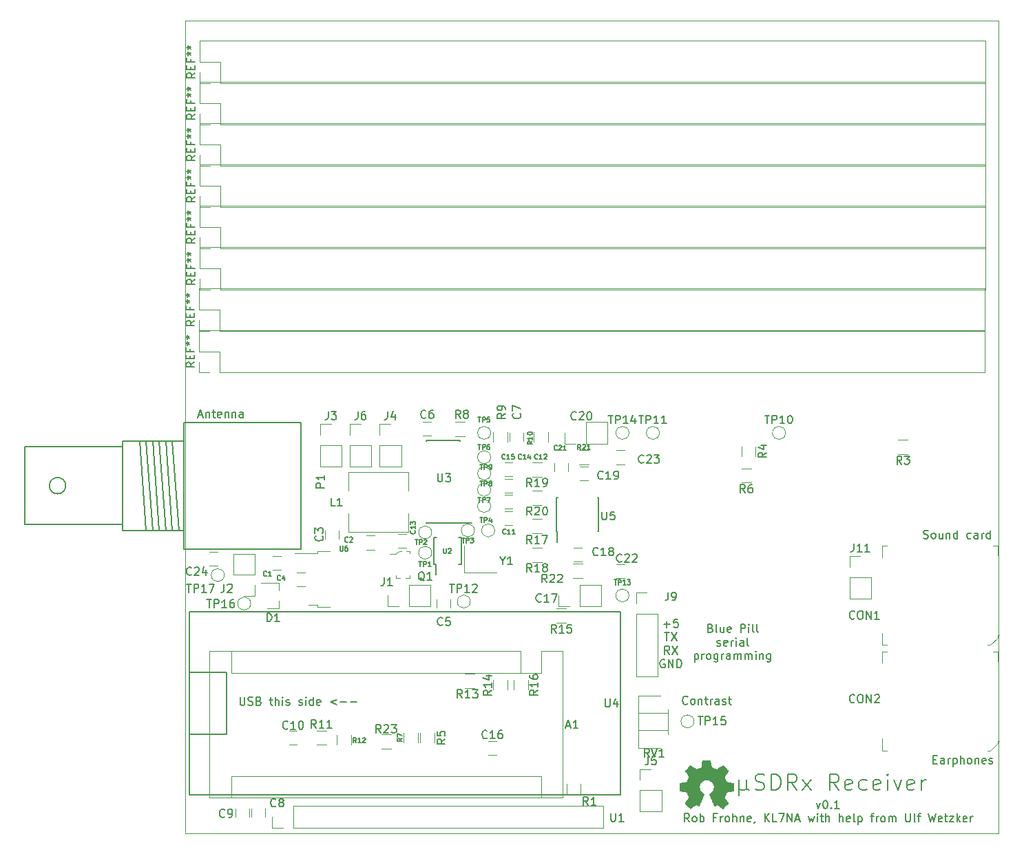
<source format=gbr>
G04 #@! TF.GenerationSoftware,KiCad,Pcbnew,5.1.5+dfsg1-2build2*
G04 #@! TF.CreationDate,2020-07-21T14:48:07-07:00*
G04 #@! TF.ProjectId,muSDRx,6d755344-5278-42e6-9b69-6361645f7063,0.1*
G04 #@! TF.SameCoordinates,Original*
G04 #@! TF.FileFunction,Legend,Top*
G04 #@! TF.FilePolarity,Positive*
%FSLAX46Y46*%
G04 Gerber Fmt 4.6, Leading zero omitted, Abs format (unit mm)*
G04 Created by KiCad (PCBNEW 5.1.5+dfsg1-2build2) date 2020-07-21 14:48:07*
%MOMM*%
%LPD*%
G04 APERTURE LIST*
%ADD10C,0.150000*%
%ADD11C,0.120000*%
%ADD12C,0.010000*%
%ADD13C,0.100000*%
G04 APERTURE END LIST*
D10*
X140780952Y-113704761D02*
X140923809Y-113752380D01*
X141161904Y-113752380D01*
X141257142Y-113704761D01*
X141304761Y-113657142D01*
X141352380Y-113561904D01*
X141352380Y-113466666D01*
X141304761Y-113371428D01*
X141257142Y-113323809D01*
X141161904Y-113276190D01*
X140971428Y-113228571D01*
X140876190Y-113180952D01*
X140828571Y-113133333D01*
X140780952Y-113038095D01*
X140780952Y-112942857D01*
X140828571Y-112847619D01*
X140876190Y-112800000D01*
X140971428Y-112752380D01*
X141209523Y-112752380D01*
X141352380Y-112800000D01*
X141923809Y-113752380D02*
X141828571Y-113704761D01*
X141780952Y-113657142D01*
X141733333Y-113561904D01*
X141733333Y-113276190D01*
X141780952Y-113180952D01*
X141828571Y-113133333D01*
X141923809Y-113085714D01*
X142066666Y-113085714D01*
X142161904Y-113133333D01*
X142209523Y-113180952D01*
X142257142Y-113276190D01*
X142257142Y-113561904D01*
X142209523Y-113657142D01*
X142161904Y-113704761D01*
X142066666Y-113752380D01*
X141923809Y-113752380D01*
X143114285Y-113085714D02*
X143114285Y-113752380D01*
X142685714Y-113085714D02*
X142685714Y-113609523D01*
X142733333Y-113704761D01*
X142828571Y-113752380D01*
X142971428Y-113752380D01*
X143066666Y-113704761D01*
X143114285Y-113657142D01*
X143590476Y-113085714D02*
X143590476Y-113752380D01*
X143590476Y-113180952D02*
X143638095Y-113133333D01*
X143733333Y-113085714D01*
X143876190Y-113085714D01*
X143971428Y-113133333D01*
X144019047Y-113228571D01*
X144019047Y-113752380D01*
X144923809Y-113752380D02*
X144923809Y-112752380D01*
X144923809Y-113704761D02*
X144828571Y-113752380D01*
X144638095Y-113752380D01*
X144542857Y-113704761D01*
X144495238Y-113657142D01*
X144447619Y-113561904D01*
X144447619Y-113276190D01*
X144495238Y-113180952D01*
X144542857Y-113133333D01*
X144638095Y-113085714D01*
X144828571Y-113085714D01*
X144923809Y-113133333D01*
X146590476Y-113704761D02*
X146495238Y-113752380D01*
X146304761Y-113752380D01*
X146209523Y-113704761D01*
X146161904Y-113657142D01*
X146114285Y-113561904D01*
X146114285Y-113276190D01*
X146161904Y-113180952D01*
X146209523Y-113133333D01*
X146304761Y-113085714D01*
X146495238Y-113085714D01*
X146590476Y-113133333D01*
X147447619Y-113752380D02*
X147447619Y-113228571D01*
X147400000Y-113133333D01*
X147304761Y-113085714D01*
X147114285Y-113085714D01*
X147019047Y-113133333D01*
X147447619Y-113704761D02*
X147352380Y-113752380D01*
X147114285Y-113752380D01*
X147019047Y-113704761D01*
X146971428Y-113609523D01*
X146971428Y-113514285D01*
X147019047Y-113419047D01*
X147114285Y-113371428D01*
X147352380Y-113371428D01*
X147447619Y-113323809D01*
X147923809Y-113752380D02*
X147923809Y-113085714D01*
X147923809Y-113276190D02*
X147971428Y-113180952D01*
X148019047Y-113133333D01*
X148114285Y-113085714D01*
X148209523Y-113085714D01*
X148971428Y-113752380D02*
X148971428Y-112752380D01*
X148971428Y-113704761D02*
X148876190Y-113752380D01*
X148685714Y-113752380D01*
X148590476Y-113704761D01*
X148542857Y-113657142D01*
X148495238Y-113561904D01*
X148495238Y-113276190D01*
X148542857Y-113180952D01*
X148590476Y-113133333D01*
X148685714Y-113085714D01*
X148876190Y-113085714D01*
X148971428Y-113133333D01*
X141980952Y-140928571D02*
X142314285Y-140928571D01*
X142457142Y-141452380D02*
X141980952Y-141452380D01*
X141980952Y-140452380D01*
X142457142Y-140452380D01*
X143314285Y-141452380D02*
X143314285Y-140928571D01*
X143266666Y-140833333D01*
X143171428Y-140785714D01*
X142980952Y-140785714D01*
X142885714Y-140833333D01*
X143314285Y-141404761D02*
X143219047Y-141452380D01*
X142980952Y-141452380D01*
X142885714Y-141404761D01*
X142838095Y-141309523D01*
X142838095Y-141214285D01*
X142885714Y-141119047D01*
X142980952Y-141071428D01*
X143219047Y-141071428D01*
X143314285Y-141023809D01*
X143790476Y-141452380D02*
X143790476Y-140785714D01*
X143790476Y-140976190D02*
X143838095Y-140880952D01*
X143885714Y-140833333D01*
X143980952Y-140785714D01*
X144076190Y-140785714D01*
X144409523Y-140785714D02*
X144409523Y-141785714D01*
X144409523Y-140833333D02*
X144504761Y-140785714D01*
X144695238Y-140785714D01*
X144790476Y-140833333D01*
X144838095Y-140880952D01*
X144885714Y-140976190D01*
X144885714Y-141261904D01*
X144838095Y-141357142D01*
X144790476Y-141404761D01*
X144695238Y-141452380D01*
X144504761Y-141452380D01*
X144409523Y-141404761D01*
X145314285Y-141452380D02*
X145314285Y-140452380D01*
X145742857Y-141452380D02*
X145742857Y-140928571D01*
X145695238Y-140833333D01*
X145600000Y-140785714D01*
X145457142Y-140785714D01*
X145361904Y-140833333D01*
X145314285Y-140880952D01*
X146361904Y-141452380D02*
X146266666Y-141404761D01*
X146219047Y-141357142D01*
X146171428Y-141261904D01*
X146171428Y-140976190D01*
X146219047Y-140880952D01*
X146266666Y-140833333D01*
X146361904Y-140785714D01*
X146504761Y-140785714D01*
X146600000Y-140833333D01*
X146647619Y-140880952D01*
X146695238Y-140976190D01*
X146695238Y-141261904D01*
X146647619Y-141357142D01*
X146600000Y-141404761D01*
X146504761Y-141452380D01*
X146361904Y-141452380D01*
X147123809Y-140785714D02*
X147123809Y-141452380D01*
X147123809Y-140880952D02*
X147171428Y-140833333D01*
X147266666Y-140785714D01*
X147409523Y-140785714D01*
X147504761Y-140833333D01*
X147552380Y-140928571D01*
X147552380Y-141452380D01*
X148409523Y-141404761D02*
X148314285Y-141452380D01*
X148123809Y-141452380D01*
X148028571Y-141404761D01*
X147980952Y-141309523D01*
X147980952Y-140928571D01*
X148028571Y-140833333D01*
X148123809Y-140785714D01*
X148314285Y-140785714D01*
X148409523Y-140833333D01*
X148457142Y-140928571D01*
X148457142Y-141023809D01*
X147980952Y-141119047D01*
X148838095Y-141404761D02*
X148933333Y-141452380D01*
X149123809Y-141452380D01*
X149219047Y-141404761D01*
X149266666Y-141309523D01*
X149266666Y-141261904D01*
X149219047Y-141166666D01*
X149123809Y-141119047D01*
X148980952Y-141119047D01*
X148885714Y-141071428D01*
X148838095Y-140976190D01*
X148838095Y-140928571D01*
X148885714Y-140833333D01*
X148980952Y-140785714D01*
X149123809Y-140785714D01*
X149219047Y-140833333D01*
X51638095Y-98566666D02*
X52114285Y-98566666D01*
X51542857Y-98852380D02*
X51876190Y-97852380D01*
X52209523Y-98852380D01*
X52542857Y-98185714D02*
X52542857Y-98852380D01*
X52542857Y-98280952D02*
X52590476Y-98233333D01*
X52685714Y-98185714D01*
X52828571Y-98185714D01*
X52923809Y-98233333D01*
X52971428Y-98328571D01*
X52971428Y-98852380D01*
X53304761Y-98185714D02*
X53685714Y-98185714D01*
X53447619Y-97852380D02*
X53447619Y-98709523D01*
X53495238Y-98804761D01*
X53590476Y-98852380D01*
X53685714Y-98852380D01*
X54400000Y-98804761D02*
X54304761Y-98852380D01*
X54114285Y-98852380D01*
X54019047Y-98804761D01*
X53971428Y-98709523D01*
X53971428Y-98328571D01*
X54019047Y-98233333D01*
X54114285Y-98185714D01*
X54304761Y-98185714D01*
X54400000Y-98233333D01*
X54447619Y-98328571D01*
X54447619Y-98423809D01*
X53971428Y-98519047D01*
X54876190Y-98185714D02*
X54876190Y-98852380D01*
X54876190Y-98280952D02*
X54923809Y-98233333D01*
X55019047Y-98185714D01*
X55161904Y-98185714D01*
X55257142Y-98233333D01*
X55304761Y-98328571D01*
X55304761Y-98852380D01*
X55780952Y-98185714D02*
X55780952Y-98852380D01*
X55780952Y-98280952D02*
X55828571Y-98233333D01*
X55923809Y-98185714D01*
X56066666Y-98185714D01*
X56161904Y-98233333D01*
X56209523Y-98328571D01*
X56209523Y-98852380D01*
X57114285Y-98852380D02*
X57114285Y-98328571D01*
X57066666Y-98233333D01*
X56971428Y-98185714D01*
X56780952Y-98185714D01*
X56685714Y-98233333D01*
X57114285Y-98804761D02*
X57019047Y-98852380D01*
X56780952Y-98852380D01*
X56685714Y-98804761D01*
X56638095Y-98709523D01*
X56638095Y-98614285D01*
X56685714Y-98519047D01*
X56780952Y-98471428D01*
X57019047Y-98471428D01*
X57114285Y-98423809D01*
X56733333Y-133252380D02*
X56733333Y-134061904D01*
X56780952Y-134157142D01*
X56828571Y-134204761D01*
X56923809Y-134252380D01*
X57114285Y-134252380D01*
X57209523Y-134204761D01*
X57257142Y-134157142D01*
X57304761Y-134061904D01*
X57304761Y-133252380D01*
X57733333Y-134204761D02*
X57876190Y-134252380D01*
X58114285Y-134252380D01*
X58209523Y-134204761D01*
X58257142Y-134157142D01*
X58304761Y-134061904D01*
X58304761Y-133966666D01*
X58257142Y-133871428D01*
X58209523Y-133823809D01*
X58114285Y-133776190D01*
X57923809Y-133728571D01*
X57828571Y-133680952D01*
X57780952Y-133633333D01*
X57733333Y-133538095D01*
X57733333Y-133442857D01*
X57780952Y-133347619D01*
X57828571Y-133300000D01*
X57923809Y-133252380D01*
X58161904Y-133252380D01*
X58304761Y-133300000D01*
X59066666Y-133728571D02*
X59209523Y-133776190D01*
X59257142Y-133823809D01*
X59304761Y-133919047D01*
X59304761Y-134061904D01*
X59257142Y-134157142D01*
X59209523Y-134204761D01*
X59114285Y-134252380D01*
X58733333Y-134252380D01*
X58733333Y-133252380D01*
X59066666Y-133252380D01*
X59161904Y-133300000D01*
X59209523Y-133347619D01*
X59257142Y-133442857D01*
X59257142Y-133538095D01*
X59209523Y-133633333D01*
X59161904Y-133680952D01*
X59066666Y-133728571D01*
X58733333Y-133728571D01*
X60352380Y-133585714D02*
X60733333Y-133585714D01*
X60495238Y-133252380D02*
X60495238Y-134109523D01*
X60542857Y-134204761D01*
X60638095Y-134252380D01*
X60733333Y-134252380D01*
X61066666Y-134252380D02*
X61066666Y-133252380D01*
X61495238Y-134252380D02*
X61495238Y-133728571D01*
X61447619Y-133633333D01*
X61352380Y-133585714D01*
X61209523Y-133585714D01*
X61114285Y-133633333D01*
X61066666Y-133680952D01*
X61971428Y-134252380D02*
X61971428Y-133585714D01*
X61971428Y-133252380D02*
X61923809Y-133300000D01*
X61971428Y-133347619D01*
X62019047Y-133300000D01*
X61971428Y-133252380D01*
X61971428Y-133347619D01*
X62400000Y-134204761D02*
X62495238Y-134252380D01*
X62685714Y-134252380D01*
X62780952Y-134204761D01*
X62828571Y-134109523D01*
X62828571Y-134061904D01*
X62780952Y-133966666D01*
X62685714Y-133919047D01*
X62542857Y-133919047D01*
X62447619Y-133871428D01*
X62400000Y-133776190D01*
X62400000Y-133728571D01*
X62447619Y-133633333D01*
X62542857Y-133585714D01*
X62685714Y-133585714D01*
X62780952Y-133633333D01*
X63971428Y-134204761D02*
X64066666Y-134252380D01*
X64257142Y-134252380D01*
X64352380Y-134204761D01*
X64400000Y-134109523D01*
X64400000Y-134061904D01*
X64352380Y-133966666D01*
X64257142Y-133919047D01*
X64114285Y-133919047D01*
X64019047Y-133871428D01*
X63971428Y-133776190D01*
X63971428Y-133728571D01*
X64019047Y-133633333D01*
X64114285Y-133585714D01*
X64257142Y-133585714D01*
X64352380Y-133633333D01*
X64828571Y-134252380D02*
X64828571Y-133585714D01*
X64828571Y-133252380D02*
X64780952Y-133300000D01*
X64828571Y-133347619D01*
X64876190Y-133300000D01*
X64828571Y-133252380D01*
X64828571Y-133347619D01*
X65733333Y-134252380D02*
X65733333Y-133252380D01*
X65733333Y-134204761D02*
X65638095Y-134252380D01*
X65447619Y-134252380D01*
X65352380Y-134204761D01*
X65304761Y-134157142D01*
X65257142Y-134061904D01*
X65257142Y-133776190D01*
X65304761Y-133680952D01*
X65352380Y-133633333D01*
X65447619Y-133585714D01*
X65638095Y-133585714D01*
X65733333Y-133633333D01*
X66590476Y-134204761D02*
X66495238Y-134252380D01*
X66304761Y-134252380D01*
X66209523Y-134204761D01*
X66161904Y-134109523D01*
X66161904Y-133728571D01*
X66209523Y-133633333D01*
X66304761Y-133585714D01*
X66495238Y-133585714D01*
X66590476Y-133633333D01*
X66638095Y-133728571D01*
X66638095Y-133823809D01*
X66161904Y-133919047D01*
X68590476Y-133585714D02*
X67828571Y-133871428D01*
X68590476Y-134157142D01*
X69066666Y-133871428D02*
X69828571Y-133871428D01*
X70304761Y-133871428D02*
X71066666Y-133871428D01*
X108842857Y-124296428D02*
X109604761Y-124296428D01*
X109223809Y-124677380D02*
X109223809Y-123915476D01*
X110557142Y-123677380D02*
X110080952Y-123677380D01*
X110033333Y-124153571D01*
X110080952Y-124105952D01*
X110176190Y-124058333D01*
X110414285Y-124058333D01*
X110509523Y-124105952D01*
X110557142Y-124153571D01*
X110604761Y-124248809D01*
X110604761Y-124486904D01*
X110557142Y-124582142D01*
X110509523Y-124629761D01*
X110414285Y-124677380D01*
X110176190Y-124677380D01*
X110080952Y-124629761D01*
X110033333Y-124582142D01*
X108938095Y-125327380D02*
X109509523Y-125327380D01*
X109223809Y-126327380D02*
X109223809Y-125327380D01*
X109747619Y-125327380D02*
X110414285Y-126327380D01*
X110414285Y-125327380D02*
X109747619Y-126327380D01*
X109533333Y-127977380D02*
X109200000Y-127501190D01*
X108961904Y-127977380D02*
X108961904Y-126977380D01*
X109342857Y-126977380D01*
X109438095Y-127025000D01*
X109485714Y-127072619D01*
X109533333Y-127167857D01*
X109533333Y-127310714D01*
X109485714Y-127405952D01*
X109438095Y-127453571D01*
X109342857Y-127501190D01*
X108961904Y-127501190D01*
X109866666Y-126977380D02*
X110533333Y-127977380D01*
X110533333Y-126977380D02*
X109866666Y-127977380D01*
X108938095Y-128675000D02*
X108842857Y-128627380D01*
X108700000Y-128627380D01*
X108557142Y-128675000D01*
X108461904Y-128770238D01*
X108414285Y-128865476D01*
X108366666Y-129055952D01*
X108366666Y-129198809D01*
X108414285Y-129389285D01*
X108461904Y-129484523D01*
X108557142Y-129579761D01*
X108700000Y-129627380D01*
X108795238Y-129627380D01*
X108938095Y-129579761D01*
X108985714Y-129532142D01*
X108985714Y-129198809D01*
X108795238Y-129198809D01*
X109414285Y-129627380D02*
X109414285Y-128627380D01*
X109985714Y-129627380D01*
X109985714Y-128627380D01*
X110461904Y-129627380D02*
X110461904Y-128627380D01*
X110700000Y-128627380D01*
X110842857Y-128675000D01*
X110938095Y-128770238D01*
X110985714Y-128865476D01*
X111033333Y-129055952D01*
X111033333Y-129198809D01*
X110985714Y-129389285D01*
X110938095Y-129484523D01*
X110842857Y-129579761D01*
X110700000Y-129627380D01*
X110461904Y-129627380D01*
X114585714Y-124778571D02*
X114728571Y-124826190D01*
X114776190Y-124873809D01*
X114823809Y-124969047D01*
X114823809Y-125111904D01*
X114776190Y-125207142D01*
X114728571Y-125254761D01*
X114633333Y-125302380D01*
X114252380Y-125302380D01*
X114252380Y-124302380D01*
X114585714Y-124302380D01*
X114680952Y-124350000D01*
X114728571Y-124397619D01*
X114776190Y-124492857D01*
X114776190Y-124588095D01*
X114728571Y-124683333D01*
X114680952Y-124730952D01*
X114585714Y-124778571D01*
X114252380Y-124778571D01*
X115395238Y-125302380D02*
X115300000Y-125254761D01*
X115252380Y-125159523D01*
X115252380Y-124302380D01*
X116204761Y-124635714D02*
X116204761Y-125302380D01*
X115776190Y-124635714D02*
X115776190Y-125159523D01*
X115823809Y-125254761D01*
X115919047Y-125302380D01*
X116061904Y-125302380D01*
X116157142Y-125254761D01*
X116204761Y-125207142D01*
X117061904Y-125254761D02*
X116966666Y-125302380D01*
X116776190Y-125302380D01*
X116680952Y-125254761D01*
X116633333Y-125159523D01*
X116633333Y-124778571D01*
X116680952Y-124683333D01*
X116776190Y-124635714D01*
X116966666Y-124635714D01*
X117061904Y-124683333D01*
X117109523Y-124778571D01*
X117109523Y-124873809D01*
X116633333Y-124969047D01*
X118300000Y-125302380D02*
X118300000Y-124302380D01*
X118680952Y-124302380D01*
X118776190Y-124350000D01*
X118823809Y-124397619D01*
X118871428Y-124492857D01*
X118871428Y-124635714D01*
X118823809Y-124730952D01*
X118776190Y-124778571D01*
X118680952Y-124826190D01*
X118300000Y-124826190D01*
X119300000Y-125302380D02*
X119300000Y-124635714D01*
X119300000Y-124302380D02*
X119252380Y-124350000D01*
X119300000Y-124397619D01*
X119347619Y-124350000D01*
X119300000Y-124302380D01*
X119300000Y-124397619D01*
X119919047Y-125302380D02*
X119823809Y-125254761D01*
X119776190Y-125159523D01*
X119776190Y-124302380D01*
X120442857Y-125302380D02*
X120347619Y-125254761D01*
X120300000Y-125159523D01*
X120300000Y-124302380D01*
X115395238Y-126904761D02*
X115490476Y-126952380D01*
X115680952Y-126952380D01*
X115776190Y-126904761D01*
X115823809Y-126809523D01*
X115823809Y-126761904D01*
X115776190Y-126666666D01*
X115680952Y-126619047D01*
X115538095Y-126619047D01*
X115442857Y-126571428D01*
X115395238Y-126476190D01*
X115395238Y-126428571D01*
X115442857Y-126333333D01*
X115538095Y-126285714D01*
X115680952Y-126285714D01*
X115776190Y-126333333D01*
X116633333Y-126904761D02*
X116538095Y-126952380D01*
X116347619Y-126952380D01*
X116252380Y-126904761D01*
X116204761Y-126809523D01*
X116204761Y-126428571D01*
X116252380Y-126333333D01*
X116347619Y-126285714D01*
X116538095Y-126285714D01*
X116633333Y-126333333D01*
X116680952Y-126428571D01*
X116680952Y-126523809D01*
X116204761Y-126619047D01*
X117109523Y-126952380D02*
X117109523Y-126285714D01*
X117109523Y-126476190D02*
X117157142Y-126380952D01*
X117204761Y-126333333D01*
X117300000Y-126285714D01*
X117395238Y-126285714D01*
X117728571Y-126952380D02*
X117728571Y-126285714D01*
X117728571Y-125952380D02*
X117680952Y-126000000D01*
X117728571Y-126047619D01*
X117776190Y-126000000D01*
X117728571Y-125952380D01*
X117728571Y-126047619D01*
X118633333Y-126952380D02*
X118633333Y-126428571D01*
X118585714Y-126333333D01*
X118490476Y-126285714D01*
X118300000Y-126285714D01*
X118204761Y-126333333D01*
X118633333Y-126904761D02*
X118538095Y-126952380D01*
X118300000Y-126952380D01*
X118204761Y-126904761D01*
X118157142Y-126809523D01*
X118157142Y-126714285D01*
X118204761Y-126619047D01*
X118300000Y-126571428D01*
X118538095Y-126571428D01*
X118633333Y-126523809D01*
X119252380Y-126952380D02*
X119157142Y-126904761D01*
X119109523Y-126809523D01*
X119109523Y-125952380D01*
X112633333Y-127935714D02*
X112633333Y-128935714D01*
X112633333Y-127983333D02*
X112728571Y-127935714D01*
X112919047Y-127935714D01*
X113014285Y-127983333D01*
X113061904Y-128030952D01*
X113109523Y-128126190D01*
X113109523Y-128411904D01*
X113061904Y-128507142D01*
X113014285Y-128554761D01*
X112919047Y-128602380D01*
X112728571Y-128602380D01*
X112633333Y-128554761D01*
X113538095Y-128602380D02*
X113538095Y-127935714D01*
X113538095Y-128126190D02*
X113585714Y-128030952D01*
X113633333Y-127983333D01*
X113728571Y-127935714D01*
X113823809Y-127935714D01*
X114300000Y-128602380D02*
X114204761Y-128554761D01*
X114157142Y-128507142D01*
X114109523Y-128411904D01*
X114109523Y-128126190D01*
X114157142Y-128030952D01*
X114204761Y-127983333D01*
X114300000Y-127935714D01*
X114442857Y-127935714D01*
X114538095Y-127983333D01*
X114585714Y-128030952D01*
X114633333Y-128126190D01*
X114633333Y-128411904D01*
X114585714Y-128507142D01*
X114538095Y-128554761D01*
X114442857Y-128602380D01*
X114300000Y-128602380D01*
X115490476Y-127935714D02*
X115490476Y-128745238D01*
X115442857Y-128840476D01*
X115395238Y-128888095D01*
X115300000Y-128935714D01*
X115157142Y-128935714D01*
X115061904Y-128888095D01*
X115490476Y-128554761D02*
X115395238Y-128602380D01*
X115204761Y-128602380D01*
X115109523Y-128554761D01*
X115061904Y-128507142D01*
X115014285Y-128411904D01*
X115014285Y-128126190D01*
X115061904Y-128030952D01*
X115109523Y-127983333D01*
X115204761Y-127935714D01*
X115395238Y-127935714D01*
X115490476Y-127983333D01*
X115966666Y-128602380D02*
X115966666Y-127935714D01*
X115966666Y-128126190D02*
X116014285Y-128030952D01*
X116061904Y-127983333D01*
X116157142Y-127935714D01*
X116252380Y-127935714D01*
X117014285Y-128602380D02*
X117014285Y-128078571D01*
X116966666Y-127983333D01*
X116871428Y-127935714D01*
X116680952Y-127935714D01*
X116585714Y-127983333D01*
X117014285Y-128554761D02*
X116919047Y-128602380D01*
X116680952Y-128602380D01*
X116585714Y-128554761D01*
X116538095Y-128459523D01*
X116538095Y-128364285D01*
X116585714Y-128269047D01*
X116680952Y-128221428D01*
X116919047Y-128221428D01*
X117014285Y-128173809D01*
X117490476Y-128602380D02*
X117490476Y-127935714D01*
X117490476Y-128030952D02*
X117538095Y-127983333D01*
X117633333Y-127935714D01*
X117776190Y-127935714D01*
X117871428Y-127983333D01*
X117919047Y-128078571D01*
X117919047Y-128602380D01*
X117919047Y-128078571D02*
X117966666Y-127983333D01*
X118061904Y-127935714D01*
X118204761Y-127935714D01*
X118300000Y-127983333D01*
X118347619Y-128078571D01*
X118347619Y-128602380D01*
X118823809Y-128602380D02*
X118823809Y-127935714D01*
X118823809Y-128030952D02*
X118871428Y-127983333D01*
X118966666Y-127935714D01*
X119109523Y-127935714D01*
X119204761Y-127983333D01*
X119252380Y-128078571D01*
X119252380Y-128602380D01*
X119252380Y-128078571D02*
X119300000Y-127983333D01*
X119395238Y-127935714D01*
X119538095Y-127935714D01*
X119633333Y-127983333D01*
X119680952Y-128078571D01*
X119680952Y-128602380D01*
X120157142Y-128602380D02*
X120157142Y-127935714D01*
X120157142Y-127602380D02*
X120109523Y-127650000D01*
X120157142Y-127697619D01*
X120204761Y-127650000D01*
X120157142Y-127602380D01*
X120157142Y-127697619D01*
X120633333Y-127935714D02*
X120633333Y-128602380D01*
X120633333Y-128030952D02*
X120680952Y-127983333D01*
X120776190Y-127935714D01*
X120919047Y-127935714D01*
X121014285Y-127983333D01*
X121061904Y-128078571D01*
X121061904Y-128602380D01*
X121966666Y-127935714D02*
X121966666Y-128745238D01*
X121919047Y-128840476D01*
X121871428Y-128888095D01*
X121776190Y-128935714D01*
X121633333Y-128935714D01*
X121538095Y-128888095D01*
X121966666Y-128554761D02*
X121871428Y-128602380D01*
X121680952Y-128602380D01*
X121585714Y-128554761D01*
X121538095Y-128507142D01*
X121490476Y-128411904D01*
X121490476Y-128126190D01*
X121538095Y-128030952D01*
X121585714Y-127983333D01*
X121680952Y-127935714D01*
X121871428Y-127935714D01*
X121966666Y-127983333D01*
X111766666Y-134057142D02*
X111719047Y-134104761D01*
X111576190Y-134152380D01*
X111480952Y-134152380D01*
X111338095Y-134104761D01*
X111242857Y-134009523D01*
X111195238Y-133914285D01*
X111147619Y-133723809D01*
X111147619Y-133580952D01*
X111195238Y-133390476D01*
X111242857Y-133295238D01*
X111338095Y-133200000D01*
X111480952Y-133152380D01*
X111576190Y-133152380D01*
X111719047Y-133200000D01*
X111766666Y-133247619D01*
X112338095Y-134152380D02*
X112242857Y-134104761D01*
X112195238Y-134057142D01*
X112147619Y-133961904D01*
X112147619Y-133676190D01*
X112195238Y-133580952D01*
X112242857Y-133533333D01*
X112338095Y-133485714D01*
X112480952Y-133485714D01*
X112576190Y-133533333D01*
X112623809Y-133580952D01*
X112671428Y-133676190D01*
X112671428Y-133961904D01*
X112623809Y-134057142D01*
X112576190Y-134104761D01*
X112480952Y-134152380D01*
X112338095Y-134152380D01*
X113100000Y-133485714D02*
X113100000Y-134152380D01*
X113100000Y-133580952D02*
X113147619Y-133533333D01*
X113242857Y-133485714D01*
X113385714Y-133485714D01*
X113480952Y-133533333D01*
X113528571Y-133628571D01*
X113528571Y-134152380D01*
X113861904Y-133485714D02*
X114242857Y-133485714D01*
X114004761Y-133152380D02*
X114004761Y-134009523D01*
X114052380Y-134104761D01*
X114147619Y-134152380D01*
X114242857Y-134152380D01*
X114576190Y-134152380D02*
X114576190Y-133485714D01*
X114576190Y-133676190D02*
X114623809Y-133580952D01*
X114671428Y-133533333D01*
X114766666Y-133485714D01*
X114861904Y-133485714D01*
X115623809Y-134152380D02*
X115623809Y-133628571D01*
X115576190Y-133533333D01*
X115480952Y-133485714D01*
X115290476Y-133485714D01*
X115195238Y-133533333D01*
X115623809Y-134104761D02*
X115528571Y-134152380D01*
X115290476Y-134152380D01*
X115195238Y-134104761D01*
X115147619Y-134009523D01*
X115147619Y-133914285D01*
X115195238Y-133819047D01*
X115290476Y-133771428D01*
X115528571Y-133771428D01*
X115623809Y-133723809D01*
X116052380Y-134104761D02*
X116147619Y-134152380D01*
X116338095Y-134152380D01*
X116433333Y-134104761D01*
X116480952Y-134009523D01*
X116480952Y-133961904D01*
X116433333Y-133866666D01*
X116338095Y-133819047D01*
X116195238Y-133819047D01*
X116100000Y-133771428D01*
X116052380Y-133676190D01*
X116052380Y-133628571D01*
X116100000Y-133533333D01*
X116195238Y-133485714D01*
X116338095Y-133485714D01*
X116433333Y-133533333D01*
X116766666Y-133485714D02*
X117147619Y-133485714D01*
X116909523Y-133152380D02*
X116909523Y-134009523D01*
X116957142Y-134104761D01*
X117052380Y-134152380D01*
X117147619Y-134152380D01*
X127611428Y-146290714D02*
X127849523Y-146957380D01*
X128087619Y-146290714D01*
X128659047Y-145957380D02*
X128754285Y-145957380D01*
X128849523Y-146005000D01*
X128897142Y-146052619D01*
X128944761Y-146147857D01*
X128992380Y-146338333D01*
X128992380Y-146576428D01*
X128944761Y-146766904D01*
X128897142Y-146862142D01*
X128849523Y-146909761D01*
X128754285Y-146957380D01*
X128659047Y-146957380D01*
X128563809Y-146909761D01*
X128516190Y-146862142D01*
X128468571Y-146766904D01*
X128420952Y-146576428D01*
X128420952Y-146338333D01*
X128468571Y-146147857D01*
X128516190Y-146052619D01*
X128563809Y-146005000D01*
X128659047Y-145957380D01*
X129420952Y-146862142D02*
X129468571Y-146909761D01*
X129420952Y-146957380D01*
X129373333Y-146909761D01*
X129420952Y-146862142D01*
X129420952Y-146957380D01*
X130420952Y-146957380D02*
X129849523Y-146957380D01*
X130135238Y-146957380D02*
X130135238Y-145957380D01*
X130040000Y-146100238D01*
X129944761Y-146195476D01*
X129849523Y-146243095D01*
X111968571Y-148607380D02*
X111635238Y-148131190D01*
X111397142Y-148607380D02*
X111397142Y-147607380D01*
X111778095Y-147607380D01*
X111873333Y-147655000D01*
X111920952Y-147702619D01*
X111968571Y-147797857D01*
X111968571Y-147940714D01*
X111920952Y-148035952D01*
X111873333Y-148083571D01*
X111778095Y-148131190D01*
X111397142Y-148131190D01*
X112540000Y-148607380D02*
X112444761Y-148559761D01*
X112397142Y-148512142D01*
X112349523Y-148416904D01*
X112349523Y-148131190D01*
X112397142Y-148035952D01*
X112444761Y-147988333D01*
X112540000Y-147940714D01*
X112682857Y-147940714D01*
X112778095Y-147988333D01*
X112825714Y-148035952D01*
X112873333Y-148131190D01*
X112873333Y-148416904D01*
X112825714Y-148512142D01*
X112778095Y-148559761D01*
X112682857Y-148607380D01*
X112540000Y-148607380D01*
X113301904Y-148607380D02*
X113301904Y-147607380D01*
X113301904Y-147988333D02*
X113397142Y-147940714D01*
X113587619Y-147940714D01*
X113682857Y-147988333D01*
X113730476Y-148035952D01*
X113778095Y-148131190D01*
X113778095Y-148416904D01*
X113730476Y-148512142D01*
X113682857Y-148559761D01*
X113587619Y-148607380D01*
X113397142Y-148607380D01*
X113301904Y-148559761D01*
X115301904Y-148083571D02*
X114968571Y-148083571D01*
X114968571Y-148607380D02*
X114968571Y-147607380D01*
X115444761Y-147607380D01*
X115825714Y-148607380D02*
X115825714Y-147940714D01*
X115825714Y-148131190D02*
X115873333Y-148035952D01*
X115920952Y-147988333D01*
X116016190Y-147940714D01*
X116111428Y-147940714D01*
X116587619Y-148607380D02*
X116492380Y-148559761D01*
X116444761Y-148512142D01*
X116397142Y-148416904D01*
X116397142Y-148131190D01*
X116444761Y-148035952D01*
X116492380Y-147988333D01*
X116587619Y-147940714D01*
X116730476Y-147940714D01*
X116825714Y-147988333D01*
X116873333Y-148035952D01*
X116920952Y-148131190D01*
X116920952Y-148416904D01*
X116873333Y-148512142D01*
X116825714Y-148559761D01*
X116730476Y-148607380D01*
X116587619Y-148607380D01*
X117349523Y-148607380D02*
X117349523Y-147607380D01*
X117778095Y-148607380D02*
X117778095Y-148083571D01*
X117730476Y-147988333D01*
X117635238Y-147940714D01*
X117492380Y-147940714D01*
X117397142Y-147988333D01*
X117349523Y-148035952D01*
X118254285Y-147940714D02*
X118254285Y-148607380D01*
X118254285Y-148035952D02*
X118301904Y-147988333D01*
X118397142Y-147940714D01*
X118540000Y-147940714D01*
X118635238Y-147988333D01*
X118682857Y-148083571D01*
X118682857Y-148607380D01*
X119540000Y-148559761D02*
X119444761Y-148607380D01*
X119254285Y-148607380D01*
X119159047Y-148559761D01*
X119111428Y-148464523D01*
X119111428Y-148083571D01*
X119159047Y-147988333D01*
X119254285Y-147940714D01*
X119444761Y-147940714D01*
X119540000Y-147988333D01*
X119587619Y-148083571D01*
X119587619Y-148178809D01*
X119111428Y-148274047D01*
X120063809Y-148559761D02*
X120063809Y-148607380D01*
X120016190Y-148702619D01*
X119968571Y-148750238D01*
X121254285Y-148607380D02*
X121254285Y-147607380D01*
X121825714Y-148607380D02*
X121397142Y-148035952D01*
X121825714Y-147607380D02*
X121254285Y-148178809D01*
X122730476Y-148607380D02*
X122254285Y-148607380D01*
X122254285Y-147607380D01*
X122968571Y-147607380D02*
X123635238Y-147607380D01*
X123206666Y-148607380D01*
X124016190Y-148607380D02*
X124016190Y-147607380D01*
X124587619Y-148607380D01*
X124587619Y-147607380D01*
X125016190Y-148321666D02*
X125492380Y-148321666D01*
X124920952Y-148607380D02*
X125254285Y-147607380D01*
X125587619Y-148607380D01*
X126587619Y-147940714D02*
X126778095Y-148607380D01*
X126968571Y-148131190D01*
X127159047Y-148607380D01*
X127349523Y-147940714D01*
X127730476Y-148607380D02*
X127730476Y-147940714D01*
X127730476Y-147607380D02*
X127682857Y-147655000D01*
X127730476Y-147702619D01*
X127778095Y-147655000D01*
X127730476Y-147607380D01*
X127730476Y-147702619D01*
X128063809Y-147940714D02*
X128444761Y-147940714D01*
X128206666Y-147607380D02*
X128206666Y-148464523D01*
X128254285Y-148559761D01*
X128349523Y-148607380D01*
X128444761Y-148607380D01*
X128778095Y-148607380D02*
X128778095Y-147607380D01*
X129206666Y-148607380D02*
X129206666Y-148083571D01*
X129159047Y-147988333D01*
X129063809Y-147940714D01*
X128920952Y-147940714D01*
X128825714Y-147988333D01*
X128778095Y-148035952D01*
X130444761Y-148607380D02*
X130444761Y-147607380D01*
X130873333Y-148607380D02*
X130873333Y-148083571D01*
X130825714Y-147988333D01*
X130730476Y-147940714D01*
X130587619Y-147940714D01*
X130492380Y-147988333D01*
X130444761Y-148035952D01*
X131730476Y-148559761D02*
X131635238Y-148607380D01*
X131444761Y-148607380D01*
X131349523Y-148559761D01*
X131301904Y-148464523D01*
X131301904Y-148083571D01*
X131349523Y-147988333D01*
X131444761Y-147940714D01*
X131635238Y-147940714D01*
X131730476Y-147988333D01*
X131778095Y-148083571D01*
X131778095Y-148178809D01*
X131301904Y-148274047D01*
X132349523Y-148607380D02*
X132254285Y-148559761D01*
X132206666Y-148464523D01*
X132206666Y-147607380D01*
X132730476Y-147940714D02*
X132730476Y-148940714D01*
X132730476Y-147988333D02*
X132825714Y-147940714D01*
X133016190Y-147940714D01*
X133111428Y-147988333D01*
X133159047Y-148035952D01*
X133206666Y-148131190D01*
X133206666Y-148416904D01*
X133159047Y-148512142D01*
X133111428Y-148559761D01*
X133016190Y-148607380D01*
X132825714Y-148607380D01*
X132730476Y-148559761D01*
X134254285Y-147940714D02*
X134635238Y-147940714D01*
X134397142Y-148607380D02*
X134397142Y-147750238D01*
X134444761Y-147655000D01*
X134539999Y-147607380D01*
X134635238Y-147607380D01*
X134968571Y-148607380D02*
X134968571Y-147940714D01*
X134968571Y-148131190D02*
X135016190Y-148035952D01*
X135063809Y-147988333D01*
X135159047Y-147940714D01*
X135254285Y-147940714D01*
X135730476Y-148607380D02*
X135635238Y-148559761D01*
X135587619Y-148512142D01*
X135539999Y-148416904D01*
X135539999Y-148131190D01*
X135587619Y-148035952D01*
X135635238Y-147988333D01*
X135730476Y-147940714D01*
X135873333Y-147940714D01*
X135968571Y-147988333D01*
X136016190Y-148035952D01*
X136063809Y-148131190D01*
X136063809Y-148416904D01*
X136016190Y-148512142D01*
X135968571Y-148559761D01*
X135873333Y-148607380D01*
X135730476Y-148607380D01*
X136492380Y-148607380D02*
X136492380Y-147940714D01*
X136492380Y-148035952D02*
X136539999Y-147988333D01*
X136635238Y-147940714D01*
X136778095Y-147940714D01*
X136873333Y-147988333D01*
X136920952Y-148083571D01*
X136920952Y-148607380D01*
X136920952Y-148083571D02*
X136968571Y-147988333D01*
X137063809Y-147940714D01*
X137206666Y-147940714D01*
X137301904Y-147988333D01*
X137349523Y-148083571D01*
X137349523Y-148607380D01*
X138587619Y-147607380D02*
X138587619Y-148416904D01*
X138635238Y-148512142D01*
X138682857Y-148559761D01*
X138778095Y-148607380D01*
X138968571Y-148607380D01*
X139063809Y-148559761D01*
X139111428Y-148512142D01*
X139159047Y-148416904D01*
X139159047Y-147607380D01*
X139778095Y-148607380D02*
X139682857Y-148559761D01*
X139635238Y-148464523D01*
X139635238Y-147607380D01*
X140016190Y-147940714D02*
X140397142Y-147940714D01*
X140159047Y-148607380D02*
X140159047Y-147750238D01*
X140206666Y-147655000D01*
X140301904Y-147607380D01*
X140397142Y-147607380D01*
X141397142Y-147607380D02*
X141635238Y-148607380D01*
X141825714Y-147893095D01*
X142016190Y-148607380D01*
X142254285Y-147607380D01*
X143016190Y-148559761D02*
X142920952Y-148607380D01*
X142730476Y-148607380D01*
X142635238Y-148559761D01*
X142587619Y-148464523D01*
X142587619Y-148083571D01*
X142635238Y-147988333D01*
X142730476Y-147940714D01*
X142920952Y-147940714D01*
X143016190Y-147988333D01*
X143063809Y-148083571D01*
X143063809Y-148178809D01*
X142587619Y-148274047D01*
X143349523Y-147940714D02*
X143730476Y-147940714D01*
X143492380Y-147607380D02*
X143492380Y-148464523D01*
X143539999Y-148559761D01*
X143635238Y-148607380D01*
X143730476Y-148607380D01*
X143968571Y-147940714D02*
X144492380Y-147940714D01*
X143968571Y-148607380D01*
X144492380Y-148607380D01*
X144873333Y-148607380D02*
X144873333Y-147607380D01*
X144968571Y-148226428D02*
X145254285Y-148607380D01*
X145254285Y-147940714D02*
X144873333Y-148321666D01*
X146063809Y-148559761D02*
X145968571Y-148607380D01*
X145778095Y-148607380D01*
X145682857Y-148559761D01*
X145635238Y-148464523D01*
X145635238Y-148083571D01*
X145682857Y-147988333D01*
X145778095Y-147940714D01*
X145968571Y-147940714D01*
X146063809Y-147988333D01*
X146111428Y-148083571D01*
X146111428Y-148178809D01*
X145635238Y-148274047D01*
X146539999Y-148607380D02*
X146539999Y-147940714D01*
X146539999Y-148131190D02*
X146587619Y-148035952D01*
X146635238Y-147988333D01*
X146730476Y-147940714D01*
X146825714Y-147940714D01*
X118069047Y-143391428D02*
X118069047Y-145391428D01*
X119021428Y-144439047D02*
X119116666Y-144629523D01*
X119307142Y-144724761D01*
X118069047Y-144439047D02*
X118164285Y-144629523D01*
X118354761Y-144724761D01*
X118735714Y-144724761D01*
X118926190Y-144629523D01*
X119021428Y-144439047D01*
X119021428Y-143391428D01*
X120069047Y-144629523D02*
X120354761Y-144724761D01*
X120830952Y-144724761D01*
X121021428Y-144629523D01*
X121116666Y-144534285D01*
X121211904Y-144343809D01*
X121211904Y-144153333D01*
X121116666Y-143962857D01*
X121021428Y-143867619D01*
X120830952Y-143772380D01*
X120450000Y-143677142D01*
X120259523Y-143581904D01*
X120164285Y-143486666D01*
X120069047Y-143296190D01*
X120069047Y-143105714D01*
X120164285Y-142915238D01*
X120259523Y-142820000D01*
X120450000Y-142724761D01*
X120926190Y-142724761D01*
X121211904Y-142820000D01*
X122069047Y-144724761D02*
X122069047Y-142724761D01*
X122545238Y-142724761D01*
X122830952Y-142820000D01*
X123021428Y-143010476D01*
X123116666Y-143200952D01*
X123211904Y-143581904D01*
X123211904Y-143867619D01*
X123116666Y-144248571D01*
X123021428Y-144439047D01*
X122830952Y-144629523D01*
X122545238Y-144724761D01*
X122069047Y-144724761D01*
X125211904Y-144724761D02*
X124545238Y-143772380D01*
X124069047Y-144724761D02*
X124069047Y-142724761D01*
X124830952Y-142724761D01*
X125021428Y-142820000D01*
X125116666Y-142915238D01*
X125211904Y-143105714D01*
X125211904Y-143391428D01*
X125116666Y-143581904D01*
X125021428Y-143677142D01*
X124830952Y-143772380D01*
X124069047Y-143772380D01*
X125878571Y-144724761D02*
X126926190Y-143391428D01*
X125878571Y-143391428D02*
X126926190Y-144724761D01*
X130354761Y-144724761D02*
X129688095Y-143772380D01*
X129211904Y-144724761D02*
X129211904Y-142724761D01*
X129973809Y-142724761D01*
X130164285Y-142820000D01*
X130259523Y-142915238D01*
X130354761Y-143105714D01*
X130354761Y-143391428D01*
X130259523Y-143581904D01*
X130164285Y-143677142D01*
X129973809Y-143772380D01*
X129211904Y-143772380D01*
X131973809Y-144629523D02*
X131783333Y-144724761D01*
X131402380Y-144724761D01*
X131211904Y-144629523D01*
X131116666Y-144439047D01*
X131116666Y-143677142D01*
X131211904Y-143486666D01*
X131402380Y-143391428D01*
X131783333Y-143391428D01*
X131973809Y-143486666D01*
X132069047Y-143677142D01*
X132069047Y-143867619D01*
X131116666Y-144058095D01*
X133783333Y-144629523D02*
X133592857Y-144724761D01*
X133211904Y-144724761D01*
X133021428Y-144629523D01*
X132926190Y-144534285D01*
X132830952Y-144343809D01*
X132830952Y-143772380D01*
X132926190Y-143581904D01*
X133021428Y-143486666D01*
X133211904Y-143391428D01*
X133592857Y-143391428D01*
X133783333Y-143486666D01*
X135402380Y-144629523D02*
X135211904Y-144724761D01*
X134830952Y-144724761D01*
X134640476Y-144629523D01*
X134545238Y-144439047D01*
X134545238Y-143677142D01*
X134640476Y-143486666D01*
X134830952Y-143391428D01*
X135211904Y-143391428D01*
X135402380Y-143486666D01*
X135497619Y-143677142D01*
X135497619Y-143867619D01*
X134545238Y-144058095D01*
X136354761Y-144724761D02*
X136354761Y-143391428D01*
X136354761Y-142724761D02*
X136259523Y-142820000D01*
X136354761Y-142915238D01*
X136450000Y-142820000D01*
X136354761Y-142724761D01*
X136354761Y-142915238D01*
X137116666Y-143391428D02*
X137592857Y-144724761D01*
X138069047Y-143391428D01*
X139592857Y-144629523D02*
X139402380Y-144724761D01*
X139021428Y-144724761D01*
X138830952Y-144629523D01*
X138735714Y-144439047D01*
X138735714Y-143677142D01*
X138830952Y-143486666D01*
X139021428Y-143391428D01*
X139402380Y-143391428D01*
X139592857Y-143486666D01*
X139688095Y-143677142D01*
X139688095Y-143867619D01*
X138735714Y-144058095D01*
X140545238Y-144724761D02*
X140545238Y-143391428D01*
X140545238Y-143772380D02*
X140640476Y-143581904D01*
X140735714Y-143486666D01*
X140926190Y-143391428D01*
X141116666Y-143391428D01*
D11*
X50000000Y-150000000D02*
X50000000Y-50000000D01*
X150000000Y-150000000D02*
X50000000Y-150000000D01*
X150000000Y-50000000D02*
X150000000Y-150000000D01*
X50000000Y-50000000D02*
X150000000Y-50000000D01*
D12*
G36*
X114635814Y-141468931D02*
G01*
X114719635Y-141913555D01*
X115028920Y-142041053D01*
X115338206Y-142168551D01*
X115709246Y-141916246D01*
X115813157Y-141845996D01*
X115907087Y-141783272D01*
X115986652Y-141730938D01*
X116047470Y-141691857D01*
X116085157Y-141668893D01*
X116095421Y-141663942D01*
X116113910Y-141676676D01*
X116153420Y-141711882D01*
X116209522Y-141765062D01*
X116277787Y-141831718D01*
X116353786Y-141907354D01*
X116433092Y-141987472D01*
X116511275Y-142067574D01*
X116583907Y-142143164D01*
X116646559Y-142209745D01*
X116694803Y-142262818D01*
X116724210Y-142297887D01*
X116731241Y-142309623D01*
X116721123Y-142331260D01*
X116692759Y-142378662D01*
X116649129Y-142447193D01*
X116593218Y-142532215D01*
X116528006Y-142629093D01*
X116490219Y-142684350D01*
X116421343Y-142785248D01*
X116360140Y-142876299D01*
X116309578Y-142952970D01*
X116272628Y-143010728D01*
X116252258Y-143045043D01*
X116249197Y-143052254D01*
X116256136Y-143072748D01*
X116275051Y-143120513D01*
X116303087Y-143188832D01*
X116337391Y-143270989D01*
X116375109Y-143360270D01*
X116413387Y-143449958D01*
X116449370Y-143533338D01*
X116480206Y-143603694D01*
X116503039Y-143654310D01*
X116515017Y-143678471D01*
X116515724Y-143679422D01*
X116534531Y-143684036D01*
X116584618Y-143694328D01*
X116660793Y-143709287D01*
X116757865Y-143727901D01*
X116870643Y-143749159D01*
X116936442Y-143761418D01*
X117056950Y-143784362D01*
X117165797Y-143806195D01*
X117257476Y-143825722D01*
X117326481Y-143841748D01*
X117367304Y-143853079D01*
X117375511Y-143856674D01*
X117383548Y-143881006D01*
X117390033Y-143935959D01*
X117394970Y-144015108D01*
X117398364Y-144112026D01*
X117400218Y-144220287D01*
X117400538Y-144333465D01*
X117399327Y-144445135D01*
X117396590Y-144548868D01*
X117392331Y-144638241D01*
X117386555Y-144706826D01*
X117379267Y-144748197D01*
X117374895Y-144756810D01*
X117348764Y-144767133D01*
X117293393Y-144781892D01*
X117216107Y-144799352D01*
X117124230Y-144817780D01*
X117092158Y-144823741D01*
X116937524Y-144852066D01*
X116815375Y-144874876D01*
X116721673Y-144893080D01*
X116652384Y-144907583D01*
X116603471Y-144919292D01*
X116570897Y-144929115D01*
X116550628Y-144937956D01*
X116538626Y-144946724D01*
X116536947Y-144948457D01*
X116520184Y-144976371D01*
X116494614Y-145030695D01*
X116462788Y-145104777D01*
X116427260Y-145191965D01*
X116390583Y-145285608D01*
X116355311Y-145379052D01*
X116323996Y-145465647D01*
X116299193Y-145538740D01*
X116283454Y-145591678D01*
X116279332Y-145617811D01*
X116279676Y-145618726D01*
X116293641Y-145640086D01*
X116325322Y-145687084D01*
X116371391Y-145754827D01*
X116428518Y-145838423D01*
X116493373Y-145932982D01*
X116511843Y-145959854D01*
X116577699Y-146057275D01*
X116635650Y-146146163D01*
X116682538Y-146221412D01*
X116715207Y-146277920D01*
X116730500Y-146310581D01*
X116731241Y-146314593D01*
X116718392Y-146335684D01*
X116682888Y-146377464D01*
X116629293Y-146435445D01*
X116562171Y-146505135D01*
X116486087Y-146582045D01*
X116405604Y-146661683D01*
X116325287Y-146739561D01*
X116249699Y-146811186D01*
X116183405Y-146872070D01*
X116130969Y-146917721D01*
X116096955Y-146943650D01*
X116087545Y-146947883D01*
X116065643Y-146937912D01*
X116020800Y-146911020D01*
X115960321Y-146871736D01*
X115913789Y-146840117D01*
X115829475Y-146782098D01*
X115729626Y-146713784D01*
X115629473Y-146645579D01*
X115575627Y-146609075D01*
X115393371Y-146485800D01*
X115240381Y-146568520D01*
X115170682Y-146604759D01*
X115111414Y-146632926D01*
X115071311Y-146648991D01*
X115061103Y-146651226D01*
X115048829Y-146634722D01*
X115024613Y-146588082D01*
X114990263Y-146515609D01*
X114947588Y-146421606D01*
X114898394Y-146310374D01*
X114844490Y-146186215D01*
X114787684Y-146053432D01*
X114729782Y-145916327D01*
X114672593Y-145779202D01*
X114617924Y-145646358D01*
X114567584Y-145522098D01*
X114523380Y-145410725D01*
X114487119Y-145316539D01*
X114460609Y-145243844D01*
X114445658Y-145196941D01*
X114443254Y-145180833D01*
X114462311Y-145160286D01*
X114504036Y-145126933D01*
X114559706Y-145087702D01*
X114564378Y-145084599D01*
X114708264Y-144969423D01*
X114824283Y-144835053D01*
X114911430Y-144685784D01*
X114968699Y-144525913D01*
X114995086Y-144359737D01*
X114989585Y-144191552D01*
X114951190Y-144025655D01*
X114878895Y-143866342D01*
X114857626Y-143831487D01*
X114746996Y-143690737D01*
X114616302Y-143577714D01*
X114470064Y-143493003D01*
X114312808Y-143437194D01*
X114149057Y-143410874D01*
X113983333Y-143414630D01*
X113820162Y-143449050D01*
X113664065Y-143514723D01*
X113519567Y-143612235D01*
X113474869Y-143651813D01*
X113361112Y-143775703D01*
X113278218Y-143906124D01*
X113221356Y-144052315D01*
X113189687Y-144197088D01*
X113181869Y-144359860D01*
X113207938Y-144523440D01*
X113265245Y-144682298D01*
X113351144Y-144830906D01*
X113462986Y-144963735D01*
X113598123Y-145075256D01*
X113615883Y-145087011D01*
X113672150Y-145125508D01*
X113714923Y-145158863D01*
X113735372Y-145180160D01*
X113735669Y-145180833D01*
X113731279Y-145203871D01*
X113713876Y-145256157D01*
X113685268Y-145333390D01*
X113647265Y-145431268D01*
X113601674Y-145545491D01*
X113550303Y-145671758D01*
X113494962Y-145805767D01*
X113437458Y-145943218D01*
X113379601Y-146079808D01*
X113323198Y-146211237D01*
X113270058Y-146333205D01*
X113221990Y-146441409D01*
X113180801Y-146531549D01*
X113148301Y-146599323D01*
X113126297Y-146640430D01*
X113117436Y-146651226D01*
X113090360Y-146642819D01*
X113039697Y-146620272D01*
X112974183Y-146587613D01*
X112938159Y-146568520D01*
X112785168Y-146485800D01*
X112602912Y-146609075D01*
X112509875Y-146672228D01*
X112408015Y-146741727D01*
X112312562Y-146807165D01*
X112264750Y-146840117D01*
X112197505Y-146885273D01*
X112140564Y-146921057D01*
X112101354Y-146942938D01*
X112088619Y-146947563D01*
X112070083Y-146935085D01*
X112029059Y-146900252D01*
X111969525Y-146846678D01*
X111895458Y-146777983D01*
X111810835Y-146697781D01*
X111757315Y-146646286D01*
X111663681Y-146554286D01*
X111582759Y-146471999D01*
X111517823Y-146402945D01*
X111472142Y-146350644D01*
X111448989Y-146318616D01*
X111446768Y-146312116D01*
X111457076Y-146287394D01*
X111485561Y-146237405D01*
X111529063Y-146167212D01*
X111584423Y-146081875D01*
X111648480Y-145986456D01*
X111666697Y-145959854D01*
X111733073Y-145863167D01*
X111792622Y-145776117D01*
X111842016Y-145703595D01*
X111877925Y-145650493D01*
X111897019Y-145621703D01*
X111898864Y-145618726D01*
X111896105Y-145595782D01*
X111881462Y-145545336D01*
X111857487Y-145474041D01*
X111826734Y-145388547D01*
X111791756Y-145295507D01*
X111755107Y-145201574D01*
X111719339Y-145113399D01*
X111687006Y-145037634D01*
X111660662Y-144980931D01*
X111642858Y-144949943D01*
X111641593Y-144948457D01*
X111630706Y-144939601D01*
X111612318Y-144930843D01*
X111582394Y-144921277D01*
X111536897Y-144909996D01*
X111471791Y-144896093D01*
X111383039Y-144878663D01*
X111266607Y-144856798D01*
X111118458Y-144829591D01*
X111086382Y-144823741D01*
X110991314Y-144805374D01*
X110908435Y-144787405D01*
X110845070Y-144771569D01*
X110808542Y-144759600D01*
X110803644Y-144756810D01*
X110795573Y-144732072D01*
X110789013Y-144676790D01*
X110783967Y-144597389D01*
X110780441Y-144500296D01*
X110778439Y-144391938D01*
X110777964Y-144278740D01*
X110779023Y-144167128D01*
X110781618Y-144063529D01*
X110785754Y-143974368D01*
X110791437Y-143906072D01*
X110798669Y-143865066D01*
X110803029Y-143856674D01*
X110827302Y-143848208D01*
X110882574Y-143834435D01*
X110963338Y-143816550D01*
X111064088Y-143795748D01*
X111179317Y-143773223D01*
X111242098Y-143761418D01*
X111361213Y-143739151D01*
X111467435Y-143718979D01*
X111555573Y-143701915D01*
X111620434Y-143688969D01*
X111656826Y-143681155D01*
X111662816Y-143679422D01*
X111672939Y-143659890D01*
X111694338Y-143612843D01*
X111724161Y-143545003D01*
X111759555Y-143463091D01*
X111797668Y-143373828D01*
X111835647Y-143283935D01*
X111870640Y-143200135D01*
X111899794Y-143129147D01*
X111920257Y-143077694D01*
X111929177Y-143052497D01*
X111929343Y-143051396D01*
X111919231Y-143031519D01*
X111890883Y-142985777D01*
X111847277Y-142918717D01*
X111791394Y-142834884D01*
X111726213Y-142738826D01*
X111688321Y-142683650D01*
X111619275Y-142582481D01*
X111557950Y-142490630D01*
X111507337Y-142412744D01*
X111470429Y-142353469D01*
X111450218Y-142317451D01*
X111447299Y-142309377D01*
X111459847Y-142290584D01*
X111494537Y-142250457D01*
X111546937Y-142193493D01*
X111612616Y-142124185D01*
X111687144Y-142047031D01*
X111766087Y-141966525D01*
X111845017Y-141887163D01*
X111919500Y-141813440D01*
X111985106Y-141749852D01*
X112037404Y-141700894D01*
X112071961Y-141671061D01*
X112083522Y-141663942D01*
X112102346Y-141673953D01*
X112147369Y-141702078D01*
X112214213Y-141745454D01*
X112298501Y-141801218D01*
X112395856Y-141866506D01*
X112469293Y-141916246D01*
X112840333Y-142168551D01*
X113458905Y-141913555D01*
X113542725Y-141468931D01*
X113626546Y-141024307D01*
X114551994Y-141024307D01*
X114635814Y-141468931D01*
G37*
X114635814Y-141468931D02*
X114719635Y-141913555D01*
X115028920Y-142041053D01*
X115338206Y-142168551D01*
X115709246Y-141916246D01*
X115813157Y-141845996D01*
X115907087Y-141783272D01*
X115986652Y-141730938D01*
X116047470Y-141691857D01*
X116085157Y-141668893D01*
X116095421Y-141663942D01*
X116113910Y-141676676D01*
X116153420Y-141711882D01*
X116209522Y-141765062D01*
X116277787Y-141831718D01*
X116353786Y-141907354D01*
X116433092Y-141987472D01*
X116511275Y-142067574D01*
X116583907Y-142143164D01*
X116646559Y-142209745D01*
X116694803Y-142262818D01*
X116724210Y-142297887D01*
X116731241Y-142309623D01*
X116721123Y-142331260D01*
X116692759Y-142378662D01*
X116649129Y-142447193D01*
X116593218Y-142532215D01*
X116528006Y-142629093D01*
X116490219Y-142684350D01*
X116421343Y-142785248D01*
X116360140Y-142876299D01*
X116309578Y-142952970D01*
X116272628Y-143010728D01*
X116252258Y-143045043D01*
X116249197Y-143052254D01*
X116256136Y-143072748D01*
X116275051Y-143120513D01*
X116303087Y-143188832D01*
X116337391Y-143270989D01*
X116375109Y-143360270D01*
X116413387Y-143449958D01*
X116449370Y-143533338D01*
X116480206Y-143603694D01*
X116503039Y-143654310D01*
X116515017Y-143678471D01*
X116515724Y-143679422D01*
X116534531Y-143684036D01*
X116584618Y-143694328D01*
X116660793Y-143709287D01*
X116757865Y-143727901D01*
X116870643Y-143749159D01*
X116936442Y-143761418D01*
X117056950Y-143784362D01*
X117165797Y-143806195D01*
X117257476Y-143825722D01*
X117326481Y-143841748D01*
X117367304Y-143853079D01*
X117375511Y-143856674D01*
X117383548Y-143881006D01*
X117390033Y-143935959D01*
X117394970Y-144015108D01*
X117398364Y-144112026D01*
X117400218Y-144220287D01*
X117400538Y-144333465D01*
X117399327Y-144445135D01*
X117396590Y-144548868D01*
X117392331Y-144638241D01*
X117386555Y-144706826D01*
X117379267Y-144748197D01*
X117374895Y-144756810D01*
X117348764Y-144767133D01*
X117293393Y-144781892D01*
X117216107Y-144799352D01*
X117124230Y-144817780D01*
X117092158Y-144823741D01*
X116937524Y-144852066D01*
X116815375Y-144874876D01*
X116721673Y-144893080D01*
X116652384Y-144907583D01*
X116603471Y-144919292D01*
X116570897Y-144929115D01*
X116550628Y-144937956D01*
X116538626Y-144946724D01*
X116536947Y-144948457D01*
X116520184Y-144976371D01*
X116494614Y-145030695D01*
X116462788Y-145104777D01*
X116427260Y-145191965D01*
X116390583Y-145285608D01*
X116355311Y-145379052D01*
X116323996Y-145465647D01*
X116299193Y-145538740D01*
X116283454Y-145591678D01*
X116279332Y-145617811D01*
X116279676Y-145618726D01*
X116293641Y-145640086D01*
X116325322Y-145687084D01*
X116371391Y-145754827D01*
X116428518Y-145838423D01*
X116493373Y-145932982D01*
X116511843Y-145959854D01*
X116577699Y-146057275D01*
X116635650Y-146146163D01*
X116682538Y-146221412D01*
X116715207Y-146277920D01*
X116730500Y-146310581D01*
X116731241Y-146314593D01*
X116718392Y-146335684D01*
X116682888Y-146377464D01*
X116629293Y-146435445D01*
X116562171Y-146505135D01*
X116486087Y-146582045D01*
X116405604Y-146661683D01*
X116325287Y-146739561D01*
X116249699Y-146811186D01*
X116183405Y-146872070D01*
X116130969Y-146917721D01*
X116096955Y-146943650D01*
X116087545Y-146947883D01*
X116065643Y-146937912D01*
X116020800Y-146911020D01*
X115960321Y-146871736D01*
X115913789Y-146840117D01*
X115829475Y-146782098D01*
X115729626Y-146713784D01*
X115629473Y-146645579D01*
X115575627Y-146609075D01*
X115393371Y-146485800D01*
X115240381Y-146568520D01*
X115170682Y-146604759D01*
X115111414Y-146632926D01*
X115071311Y-146648991D01*
X115061103Y-146651226D01*
X115048829Y-146634722D01*
X115024613Y-146588082D01*
X114990263Y-146515609D01*
X114947588Y-146421606D01*
X114898394Y-146310374D01*
X114844490Y-146186215D01*
X114787684Y-146053432D01*
X114729782Y-145916327D01*
X114672593Y-145779202D01*
X114617924Y-145646358D01*
X114567584Y-145522098D01*
X114523380Y-145410725D01*
X114487119Y-145316539D01*
X114460609Y-145243844D01*
X114445658Y-145196941D01*
X114443254Y-145180833D01*
X114462311Y-145160286D01*
X114504036Y-145126933D01*
X114559706Y-145087702D01*
X114564378Y-145084599D01*
X114708264Y-144969423D01*
X114824283Y-144835053D01*
X114911430Y-144685784D01*
X114968699Y-144525913D01*
X114995086Y-144359737D01*
X114989585Y-144191552D01*
X114951190Y-144025655D01*
X114878895Y-143866342D01*
X114857626Y-143831487D01*
X114746996Y-143690737D01*
X114616302Y-143577714D01*
X114470064Y-143493003D01*
X114312808Y-143437194D01*
X114149057Y-143410874D01*
X113983333Y-143414630D01*
X113820162Y-143449050D01*
X113664065Y-143514723D01*
X113519567Y-143612235D01*
X113474869Y-143651813D01*
X113361112Y-143775703D01*
X113278218Y-143906124D01*
X113221356Y-144052315D01*
X113189687Y-144197088D01*
X113181869Y-144359860D01*
X113207938Y-144523440D01*
X113265245Y-144682298D01*
X113351144Y-144830906D01*
X113462986Y-144963735D01*
X113598123Y-145075256D01*
X113615883Y-145087011D01*
X113672150Y-145125508D01*
X113714923Y-145158863D01*
X113735372Y-145180160D01*
X113735669Y-145180833D01*
X113731279Y-145203871D01*
X113713876Y-145256157D01*
X113685268Y-145333390D01*
X113647265Y-145431268D01*
X113601674Y-145545491D01*
X113550303Y-145671758D01*
X113494962Y-145805767D01*
X113437458Y-145943218D01*
X113379601Y-146079808D01*
X113323198Y-146211237D01*
X113270058Y-146333205D01*
X113221990Y-146441409D01*
X113180801Y-146531549D01*
X113148301Y-146599323D01*
X113126297Y-146640430D01*
X113117436Y-146651226D01*
X113090360Y-146642819D01*
X113039697Y-146620272D01*
X112974183Y-146587613D01*
X112938159Y-146568520D01*
X112785168Y-146485800D01*
X112602912Y-146609075D01*
X112509875Y-146672228D01*
X112408015Y-146741727D01*
X112312562Y-146807165D01*
X112264750Y-146840117D01*
X112197505Y-146885273D01*
X112140564Y-146921057D01*
X112101354Y-146942938D01*
X112088619Y-146947563D01*
X112070083Y-146935085D01*
X112029059Y-146900252D01*
X111969525Y-146846678D01*
X111895458Y-146777983D01*
X111810835Y-146697781D01*
X111757315Y-146646286D01*
X111663681Y-146554286D01*
X111582759Y-146471999D01*
X111517823Y-146402945D01*
X111472142Y-146350644D01*
X111448989Y-146318616D01*
X111446768Y-146312116D01*
X111457076Y-146287394D01*
X111485561Y-146237405D01*
X111529063Y-146167212D01*
X111584423Y-146081875D01*
X111648480Y-145986456D01*
X111666697Y-145959854D01*
X111733073Y-145863167D01*
X111792622Y-145776117D01*
X111842016Y-145703595D01*
X111877925Y-145650493D01*
X111897019Y-145621703D01*
X111898864Y-145618726D01*
X111896105Y-145595782D01*
X111881462Y-145545336D01*
X111857487Y-145474041D01*
X111826734Y-145388547D01*
X111791756Y-145295507D01*
X111755107Y-145201574D01*
X111719339Y-145113399D01*
X111687006Y-145037634D01*
X111660662Y-144980931D01*
X111642858Y-144949943D01*
X111641593Y-144948457D01*
X111630706Y-144939601D01*
X111612318Y-144930843D01*
X111582394Y-144921277D01*
X111536897Y-144909996D01*
X111471791Y-144896093D01*
X111383039Y-144878663D01*
X111266607Y-144856798D01*
X111118458Y-144829591D01*
X111086382Y-144823741D01*
X110991314Y-144805374D01*
X110908435Y-144787405D01*
X110845070Y-144771569D01*
X110808542Y-144759600D01*
X110803644Y-144756810D01*
X110795573Y-144732072D01*
X110789013Y-144676790D01*
X110783967Y-144597389D01*
X110780441Y-144500296D01*
X110778439Y-144391938D01*
X110777964Y-144278740D01*
X110779023Y-144167128D01*
X110781618Y-144063529D01*
X110785754Y-143974368D01*
X110791437Y-143906072D01*
X110798669Y-143865066D01*
X110803029Y-143856674D01*
X110827302Y-143848208D01*
X110882574Y-143834435D01*
X110963338Y-143816550D01*
X111064088Y-143795748D01*
X111179317Y-143773223D01*
X111242098Y-143761418D01*
X111361213Y-143739151D01*
X111467435Y-143718979D01*
X111555573Y-143701915D01*
X111620434Y-143688969D01*
X111656826Y-143681155D01*
X111662816Y-143679422D01*
X111672939Y-143659890D01*
X111694338Y-143612843D01*
X111724161Y-143545003D01*
X111759555Y-143463091D01*
X111797668Y-143373828D01*
X111835647Y-143283935D01*
X111870640Y-143200135D01*
X111899794Y-143129147D01*
X111920257Y-143077694D01*
X111929177Y-143052497D01*
X111929343Y-143051396D01*
X111919231Y-143031519D01*
X111890883Y-142985777D01*
X111847277Y-142918717D01*
X111791394Y-142834884D01*
X111726213Y-142738826D01*
X111688321Y-142683650D01*
X111619275Y-142582481D01*
X111557950Y-142490630D01*
X111507337Y-142412744D01*
X111470429Y-142353469D01*
X111450218Y-142317451D01*
X111447299Y-142309377D01*
X111459847Y-142290584D01*
X111494537Y-142250457D01*
X111546937Y-142193493D01*
X111612616Y-142124185D01*
X111687144Y-142047031D01*
X111766087Y-141966525D01*
X111845017Y-141887163D01*
X111919500Y-141813440D01*
X111985106Y-141749852D01*
X112037404Y-141700894D01*
X112071961Y-141671061D01*
X112083522Y-141663942D01*
X112102346Y-141673953D01*
X112147369Y-141702078D01*
X112214213Y-141745454D01*
X112298501Y-141801218D01*
X112395856Y-141866506D01*
X112469293Y-141916246D01*
X112840333Y-142168551D01*
X113458905Y-141913555D01*
X113542725Y-141468931D01*
X113626546Y-141024307D01*
X114551994Y-141024307D01*
X114635814Y-141468931D01*
D11*
X51756000Y-57718000D02*
X51756000Y-56388000D01*
X53086000Y-57718000D02*
X51756000Y-57718000D01*
X51756000Y-55118000D02*
X51756000Y-52518000D01*
X54356000Y-55118000D02*
X51756000Y-55118000D01*
X54356000Y-57718000D02*
X54356000Y-55118000D01*
X51756000Y-52518000D02*
X148396000Y-52518000D01*
X54356000Y-57718000D02*
X148396000Y-57718000D01*
X148396000Y-57718000D02*
X148396000Y-52518000D01*
X148396000Y-62798000D02*
X148396000Y-57598000D01*
X54356000Y-62798000D02*
X148396000Y-62798000D01*
X51756000Y-57598000D02*
X148396000Y-57598000D01*
X54356000Y-62798000D02*
X54356000Y-60198000D01*
X54356000Y-60198000D02*
X51756000Y-60198000D01*
X51756000Y-60198000D02*
X51756000Y-57598000D01*
X53086000Y-62798000D02*
X51756000Y-62798000D01*
X51756000Y-62798000D02*
X51756000Y-61468000D01*
X51756000Y-67878000D02*
X51756000Y-66548000D01*
X53086000Y-67878000D02*
X51756000Y-67878000D01*
X51756000Y-65278000D02*
X51756000Y-62678000D01*
X54356000Y-65278000D02*
X51756000Y-65278000D01*
X54356000Y-67878000D02*
X54356000Y-65278000D01*
X51756000Y-62678000D02*
X148396000Y-62678000D01*
X54356000Y-67878000D02*
X148396000Y-67878000D01*
X148396000Y-67878000D02*
X148396000Y-62678000D01*
X148396000Y-72958000D02*
X148396000Y-67758000D01*
X54356000Y-72958000D02*
X148396000Y-72958000D01*
X51756000Y-67758000D02*
X148396000Y-67758000D01*
X54356000Y-72958000D02*
X54356000Y-70358000D01*
X54356000Y-70358000D02*
X51756000Y-70358000D01*
X51756000Y-70358000D02*
X51756000Y-67758000D01*
X53086000Y-72958000D02*
X51756000Y-72958000D01*
X51756000Y-72958000D02*
X51756000Y-71628000D01*
X51756000Y-78038000D02*
X51756000Y-76708000D01*
X53086000Y-78038000D02*
X51756000Y-78038000D01*
X51756000Y-75438000D02*
X51756000Y-72838000D01*
X54356000Y-75438000D02*
X51756000Y-75438000D01*
X54356000Y-78038000D02*
X54356000Y-75438000D01*
X51756000Y-72838000D02*
X148396000Y-72838000D01*
X54356000Y-78038000D02*
X148396000Y-78038000D01*
X148396000Y-78038000D02*
X148396000Y-72838000D01*
X148396000Y-83118000D02*
X148396000Y-77918000D01*
X54356000Y-83118000D02*
X148396000Y-83118000D01*
X51756000Y-77918000D02*
X148396000Y-77918000D01*
X54356000Y-83118000D02*
X54356000Y-80518000D01*
X54356000Y-80518000D02*
X51756000Y-80518000D01*
X51756000Y-80518000D02*
X51756000Y-77918000D01*
X53086000Y-83118000D02*
X51756000Y-83118000D01*
X51756000Y-83118000D02*
X51756000Y-81788000D01*
X51670000Y-88198000D02*
X51670000Y-86868000D01*
X53000000Y-88198000D02*
X51670000Y-88198000D01*
X51670000Y-85598000D02*
X51670000Y-82998000D01*
X54270000Y-85598000D02*
X51670000Y-85598000D01*
X54270000Y-88198000D02*
X54270000Y-85598000D01*
X51670000Y-82998000D02*
X148310000Y-82998000D01*
X54270000Y-88198000D02*
X148310000Y-88198000D01*
X148310000Y-88198000D02*
X148310000Y-82998000D01*
X148310000Y-93330000D02*
X148310000Y-88130000D01*
X54270000Y-93330000D02*
X148310000Y-93330000D01*
X51670000Y-88130000D02*
X148310000Y-88130000D01*
X54270000Y-93330000D02*
X54270000Y-90730000D01*
X54270000Y-90730000D02*
X51670000Y-90730000D01*
X51670000Y-90730000D02*
X51670000Y-88130000D01*
X53000000Y-93330000D02*
X51670000Y-93330000D01*
X51670000Y-93330000D02*
X51670000Y-92000000D01*
D10*
X103500000Y-145250000D02*
X50500000Y-145250000D01*
X103500000Y-122750000D02*
X103500000Y-145250000D01*
X50500000Y-122750000D02*
X103500000Y-122750000D01*
X50500000Y-145250000D02*
X50500000Y-122750000D01*
X55100000Y-130200000D02*
X50600000Y-130200000D01*
X55100000Y-137800000D02*
X55100000Y-130200000D01*
X50600000Y-137800000D02*
X55100000Y-137800000D01*
D11*
X96870000Y-145100000D02*
X96870000Y-143900000D01*
X98630000Y-143900000D02*
X98630000Y-145100000D01*
X80900000Y-121250000D02*
X80900000Y-122250000D01*
X82600000Y-122250000D02*
X82600000Y-121250000D01*
X91230000Y-130270000D02*
X93770000Y-130270000D01*
X93770000Y-130270000D02*
X93770000Y-127600000D01*
X91230000Y-127600000D02*
X53000000Y-127600000D01*
X96440000Y-127600000D02*
X93770000Y-127600000D01*
X93770000Y-142970000D02*
X93770000Y-145640000D01*
X93770000Y-142970000D02*
X55670000Y-142970000D01*
X55670000Y-142970000D02*
X55670000Y-145640000D01*
X91230000Y-130270000D02*
X91230000Y-127600000D01*
X91230000Y-130270000D02*
X55670000Y-130270000D01*
X55670000Y-130270000D02*
X55670000Y-127600000D01*
X53000000Y-127600000D02*
X53000000Y-145640000D01*
X53000000Y-145640000D02*
X96440000Y-145640000D01*
X96440000Y-145640000D02*
X96440000Y-127600000D01*
X60750000Y-117600000D02*
X61750000Y-117600000D01*
X61750000Y-115900000D02*
X60750000Y-115900000D01*
X73250000Y-113400000D02*
X72250000Y-113400000D01*
X72250000Y-115100000D02*
X73250000Y-115100000D01*
X68850000Y-113750000D02*
X68850000Y-112750000D01*
X67150000Y-112750000D02*
X67150000Y-113750000D01*
X64750000Y-117900000D02*
X63750000Y-117900000D01*
X63750000Y-119600000D02*
X64750000Y-119600000D01*
X79250000Y-101100000D02*
X80250000Y-101100000D01*
X80250000Y-99400000D02*
X79250000Y-99400000D01*
X89900000Y-100750000D02*
X89900000Y-101750000D01*
X91600000Y-101750000D02*
X91600000Y-100750000D01*
X58150000Y-147000000D02*
X58150000Y-148000000D01*
X59850000Y-148000000D02*
X59850000Y-147000000D01*
X57850000Y-148000000D02*
X57850000Y-147000000D01*
X56150000Y-147000000D02*
X56150000Y-148000000D01*
X63750000Y-137400000D02*
X62750000Y-137400000D01*
X62750000Y-139100000D02*
X63750000Y-139100000D01*
X89250000Y-112100000D02*
X90250000Y-112100000D01*
X90250000Y-110400000D02*
X89250000Y-110400000D01*
X90250000Y-108400000D02*
X89250000Y-108400000D01*
X89250000Y-110100000D02*
X90250000Y-110100000D01*
X76160000Y-114890000D02*
X77160000Y-114890000D01*
X77160000Y-113190000D02*
X76160000Y-113190000D01*
X90250000Y-106400000D02*
X89250000Y-106400000D01*
X89250000Y-108100000D02*
X90250000Y-108100000D01*
X90250000Y-104400000D02*
X89250000Y-104400000D01*
X89250000Y-106100000D02*
X90250000Y-106100000D01*
X87250000Y-140350000D02*
X88250000Y-140350000D01*
X88250000Y-138650000D02*
X87250000Y-138650000D01*
X101120000Y-122080000D02*
X101120000Y-119420000D01*
X98520000Y-122080000D02*
X101120000Y-122080000D01*
X98520000Y-119420000D02*
X101120000Y-119420000D01*
X98520000Y-122080000D02*
X98520000Y-119420000D01*
X97250000Y-122080000D02*
X95920000Y-122080000D01*
X95920000Y-122080000D02*
X95920000Y-120750000D01*
X97750000Y-116600000D02*
X98750000Y-116600000D01*
X98750000Y-114900000D02*
X97750000Y-114900000D01*
X98500000Y-106600000D02*
X99500000Y-106600000D01*
X99500000Y-104900000D02*
X98500000Y-104900000D01*
X96670000Y-102080000D02*
X96670000Y-100750000D01*
X98000000Y-102080000D02*
X96670000Y-102080000D01*
X99270000Y-102080000D02*
X99270000Y-99420000D01*
X99270000Y-99420000D02*
X101870000Y-99420000D01*
X99270000Y-102080000D02*
X101870000Y-102080000D01*
X101870000Y-102080000D02*
X101870000Y-99420000D01*
X97100000Y-105500000D02*
X97100000Y-104500000D01*
X95400000Y-104500000D02*
X95400000Y-105500000D01*
X104000000Y-116900000D02*
X103000000Y-116900000D01*
X103000000Y-118600000D02*
X104000000Y-118600000D01*
X103000000Y-104600000D02*
X104000000Y-104600000D01*
X104000000Y-102900000D02*
X103000000Y-102900000D01*
X53000000Y-117100000D02*
X54000000Y-117100000D01*
X54000000Y-115400000D02*
X53000000Y-115400000D01*
D13*
X149900000Y-125650000D02*
X150100000Y-125650000D01*
X149900000Y-125950000D02*
X149900000Y-125650000D01*
X149000000Y-126850000D02*
X149900000Y-125950000D01*
X148600000Y-126850000D02*
X149000000Y-126850000D01*
X135700000Y-126850000D02*
X135700000Y-125350000D01*
X136300000Y-126850000D02*
X135700000Y-126850000D01*
X135700000Y-114650000D02*
X135700000Y-116050000D01*
X136300000Y-114650000D02*
X135700000Y-114650000D01*
X149900000Y-114650000D02*
X149900000Y-115850000D01*
X149300000Y-114650000D02*
X149900000Y-114650000D01*
X149300000Y-127650000D02*
X149900000Y-127650000D01*
X149900000Y-127650000D02*
X149900000Y-128850000D01*
X136300000Y-127650000D02*
X135700000Y-127650000D01*
X135700000Y-127650000D02*
X135700000Y-129050000D01*
X136300000Y-139850000D02*
X135700000Y-139850000D01*
X135700000Y-139850000D02*
X135700000Y-138350000D01*
X148600000Y-139850000D02*
X149000000Y-139850000D01*
X149000000Y-139850000D02*
X149900000Y-138950000D01*
X149900000Y-138950000D02*
X149900000Y-138650000D01*
X149900000Y-138650000D02*
X150100000Y-138650000D01*
D11*
X61510000Y-122330000D02*
X60050000Y-122330000D01*
X61510000Y-119170000D02*
X59350000Y-119170000D01*
X61510000Y-119170000D02*
X61510000Y-120100000D01*
X61510000Y-122330000D02*
X61510000Y-121400000D01*
X74920000Y-122080000D02*
X74920000Y-120750000D01*
X76250000Y-122080000D02*
X74920000Y-122080000D01*
X77520000Y-122080000D02*
X77520000Y-119420000D01*
X77520000Y-119420000D02*
X80120000Y-119420000D01*
X77520000Y-122080000D02*
X80120000Y-122080000D01*
X80120000Y-122080000D02*
X80120000Y-119420000D01*
X58580000Y-115630000D02*
X55920000Y-115630000D01*
X58580000Y-118230000D02*
X58580000Y-115630000D01*
X55920000Y-118230000D02*
X55920000Y-115630000D01*
X58580000Y-118230000D02*
X55920000Y-118230000D01*
X58580000Y-119500000D02*
X58580000Y-120830000D01*
X58580000Y-120830000D02*
X57250000Y-120830000D01*
X66580000Y-104870000D02*
X69240000Y-104870000D01*
X66580000Y-102270000D02*
X66580000Y-104870000D01*
X69240000Y-102270000D02*
X69240000Y-104870000D01*
X66580000Y-102270000D02*
X69240000Y-102270000D01*
X66580000Y-101000000D02*
X66580000Y-99670000D01*
X66580000Y-99670000D02*
X67910000Y-99670000D01*
X73890000Y-104870000D02*
X76550000Y-104870000D01*
X73890000Y-102270000D02*
X73890000Y-104870000D01*
X76550000Y-102270000D02*
X76550000Y-104870000D01*
X73890000Y-102270000D02*
X76550000Y-102270000D01*
X73890000Y-101000000D02*
X73890000Y-99670000D01*
X73890000Y-99670000D02*
X75220000Y-99670000D01*
X105920000Y-147330000D02*
X108580000Y-147330000D01*
X105920000Y-144730000D02*
X105920000Y-147330000D01*
X108580000Y-144730000D02*
X108580000Y-147330000D01*
X105920000Y-144730000D02*
X108580000Y-144730000D01*
X105920000Y-143460000D02*
X105920000Y-142130000D01*
X105920000Y-142130000D02*
X107250000Y-142130000D01*
X70220000Y-99660000D02*
X71550000Y-99660000D01*
X70220000Y-100990000D02*
X70220000Y-99660000D01*
X70220000Y-102260000D02*
X72880000Y-102260000D01*
X72880000Y-102260000D02*
X72880000Y-104860000D01*
X70220000Y-102260000D02*
X70220000Y-104860000D01*
X70220000Y-104860000D02*
X72880000Y-104860000D01*
X105420000Y-130700000D02*
X108080000Y-130700000D01*
X105420000Y-123020000D02*
X105420000Y-130700000D01*
X108080000Y-123020000D02*
X108080000Y-130700000D01*
X105420000Y-123020000D02*
X108080000Y-123020000D01*
X105420000Y-121750000D02*
X105420000Y-120420000D01*
X105420000Y-120420000D02*
X106750000Y-120420000D01*
X131670000Y-115920000D02*
X133000000Y-115920000D01*
X131670000Y-117250000D02*
X131670000Y-115920000D01*
X131670000Y-118520000D02*
X134330000Y-118520000D01*
X134330000Y-118520000D02*
X134330000Y-121120000D01*
X131670000Y-118520000D02*
X131670000Y-121120000D01*
X131670000Y-121120000D02*
X134330000Y-121120000D01*
X70050000Y-107850000D02*
X70050000Y-105550000D01*
X70050000Y-105550000D02*
X77450000Y-105550000D01*
X77450000Y-105550000D02*
X77450000Y-107850000D01*
X77450000Y-110650000D02*
X77450000Y-112950000D01*
X77450000Y-112950000D02*
X70050000Y-112950000D01*
X70050000Y-112950000D02*
X70050000Y-110650000D01*
D10*
X45199160Y-112749100D02*
X44399060Y-101750900D01*
X45999260Y-112749100D02*
X45199160Y-101750900D01*
X46799360Y-112749100D02*
X45999260Y-101750900D01*
X47599460Y-112749100D02*
X46799360Y-101750900D01*
X48399560Y-112749100D02*
X47599460Y-101750900D01*
X49199660Y-112749100D02*
X48399560Y-101750900D01*
X35300780Y-107250000D02*
G75*
G03X35300780Y-107250000I-1000760J0D01*
G01*
X42301020Y-102449400D02*
X30299520Y-102449400D01*
X30299520Y-102449400D02*
X30299520Y-112050600D01*
X30299520Y-112050600D02*
X42301020Y-112050600D01*
X49799100Y-101750900D02*
X42301020Y-101750900D01*
X42301020Y-101750900D02*
X42301020Y-112749100D01*
X42301020Y-112749100D02*
X49799100Y-112749100D01*
X64200900Y-115050340D02*
X64200900Y-99449660D01*
X64200900Y-99449660D02*
X49799100Y-99449660D01*
X49799100Y-99449660D02*
X49799100Y-115050340D01*
X49799100Y-115050340D02*
X64200900Y-115050340D01*
D13*
X77585000Y-115290000D02*
X77585000Y-115590000D01*
X77210000Y-115290000D02*
X77585000Y-115290000D01*
X77585000Y-118590000D02*
X77135000Y-118590000D01*
X77585000Y-118290000D02*
X77585000Y-118590000D01*
X77585000Y-118365000D02*
X77585000Y-118240000D01*
X75935000Y-118590000D02*
X75935000Y-118240000D01*
X76410000Y-118590000D02*
X75935000Y-118590000D01*
X75935000Y-115615000D02*
X75160000Y-115615000D01*
X75935000Y-115565000D02*
X75935000Y-115615000D01*
X76310000Y-115290000D02*
X75935000Y-115565000D01*
X76585000Y-115290000D02*
X76310000Y-115290000D01*
D11*
X137650000Y-101620000D02*
X138850000Y-101620000D01*
X138850000Y-103380000D02*
X137650000Y-103380000D01*
X118370000Y-103600000D02*
X118370000Y-102400000D01*
X120130000Y-102400000D02*
X120130000Y-103600000D01*
X78870000Y-138850000D02*
X78870000Y-137650000D01*
X80630000Y-137650000D02*
X80630000Y-138850000D01*
X119600000Y-106880000D02*
X118400000Y-106880000D01*
X118400000Y-105120000D02*
X119600000Y-105120000D01*
X78630000Y-137650000D02*
X78630000Y-138850000D01*
X76870000Y-138850000D02*
X76870000Y-137650000D01*
X83150000Y-99370000D02*
X84350000Y-99370000D01*
X84350000Y-101130000D02*
X83150000Y-101130000D01*
X89630000Y-100650000D02*
X89630000Y-101850000D01*
X87870000Y-101850000D02*
X87870000Y-100650000D01*
X92870000Y-101850000D02*
X92870000Y-100650000D01*
X94630000Y-100650000D02*
X94630000Y-101850000D01*
X66150000Y-137370000D02*
X67350000Y-137370000D01*
X67350000Y-139130000D02*
X66150000Y-139130000D01*
X68620000Y-139100000D02*
X68620000Y-137900000D01*
X70380000Y-137900000D02*
X70380000Y-139100000D01*
X84400000Y-130370000D02*
X85600000Y-130370000D01*
X85600000Y-132130000D02*
X84400000Y-132130000D01*
X87870000Y-132350000D02*
X87870000Y-131150000D01*
X89630000Y-131150000D02*
X89630000Y-132350000D01*
X96850000Y-124130000D02*
X95650000Y-124130000D01*
X95650000Y-122370000D02*
X96850000Y-122370000D01*
X90370000Y-132350000D02*
X90370000Y-131150000D01*
X92130000Y-131150000D02*
X92130000Y-132350000D01*
X92650000Y-111370000D02*
X93850000Y-111370000D01*
X93850000Y-113130000D02*
X92650000Y-113130000D01*
X93850000Y-116630000D02*
X92650000Y-116630000D01*
X92650000Y-114870000D02*
X93850000Y-114870000D01*
X92650000Y-104370000D02*
X93850000Y-104370000D01*
X93850000Y-106130000D02*
X92650000Y-106130000D01*
X92650000Y-107870000D02*
X93850000Y-107870000D01*
X93850000Y-109630000D02*
X92650000Y-109630000D01*
X98400000Y-102870000D02*
X99600000Y-102870000D01*
X99600000Y-104630000D02*
X98400000Y-104630000D01*
X98850000Y-118630000D02*
X97650000Y-118630000D01*
X97650000Y-116870000D02*
X98850000Y-116870000D01*
X74150000Y-137870000D02*
X75350000Y-137870000D01*
X75350000Y-139630000D02*
X74150000Y-139630000D01*
X108427000Y-139510000D02*
X105740000Y-139510000D01*
X108427000Y-133090000D02*
X105740000Y-133090000D01*
X105740000Y-139510000D02*
X105740000Y-133090000D01*
X109361000Y-137795000D02*
X109361000Y-134804000D01*
X109361000Y-137360000D02*
X105740000Y-137360000D01*
X109361000Y-135240000D02*
X105740000Y-135240000D01*
X109361000Y-137360000D02*
X109361000Y-135240000D01*
X105740000Y-137360000D02*
X105740000Y-135240000D01*
X80303219Y-115500000D02*
G75*
G03X80303219Y-115500000I-803219J0D01*
G01*
X80303219Y-113000000D02*
G75*
G03X80303219Y-113000000I-803219J0D01*
G01*
X85553219Y-112750000D02*
G75*
G03X85553219Y-112750000I-803219J0D01*
G01*
X88053219Y-112750000D02*
G75*
G03X88053219Y-112750000I-803219J0D01*
G01*
X87553219Y-100750000D02*
G75*
G03X87553219Y-100750000I-803219J0D01*
G01*
X87553219Y-103750000D02*
G75*
G03X87553219Y-103750000I-803219J0D01*
G01*
X87553219Y-109750000D02*
G75*
G03X87553219Y-109750000I-803219J0D01*
G01*
X87553219Y-107750000D02*
G75*
G03X87553219Y-107750000I-803219J0D01*
G01*
X87553219Y-105750000D02*
G75*
G03X87553219Y-105750000I-803219J0D01*
G01*
X123803219Y-100750000D02*
G75*
G03X123803219Y-100750000I-803219J0D01*
G01*
X108303219Y-100750000D02*
G75*
G03X108303219Y-100750000I-803219J0D01*
G01*
X85053219Y-121500000D02*
G75*
G03X85053219Y-121500000I-803219J0D01*
G01*
X104553219Y-120750000D02*
G75*
G03X104553219Y-120750000I-803219J0D01*
G01*
X104553219Y-100750000D02*
G75*
G03X104553219Y-100750000I-803219J0D01*
G01*
X112553219Y-136250000D02*
G75*
G03X112553219Y-136250000I-803219J0D01*
G01*
X58053219Y-121750000D02*
G75*
G03X58053219Y-121750000I-803219J0D01*
G01*
X54803219Y-118250000D02*
G75*
G03X54803219Y-118250000I-803219J0D01*
G01*
X101430000Y-149330000D02*
X101430000Y-146670000D01*
X63270000Y-149330000D02*
X101430000Y-149330000D01*
X63270000Y-146670000D02*
X101430000Y-146670000D01*
X63270000Y-149330000D02*
X63270000Y-146670000D01*
X62000000Y-149330000D02*
X60670000Y-149330000D01*
X60670000Y-149330000D02*
X60670000Y-148000000D01*
D10*
X80575000Y-116925000D02*
X80800000Y-116925000D01*
X80575000Y-113575000D02*
X80875000Y-113575000D01*
X83925000Y-113575000D02*
X83625000Y-113575000D01*
X83925000Y-116925000D02*
X83625000Y-116925000D01*
X80575000Y-116925000D02*
X80575000Y-113575000D01*
X83925000Y-116925000D02*
X83925000Y-113575000D01*
X80800000Y-116925000D02*
X80800000Y-118150000D01*
X83825000Y-111825000D02*
X83825000Y-111800000D01*
X79675000Y-111825000D02*
X79675000Y-111720000D01*
X79675000Y-101675000D02*
X79675000Y-101780000D01*
X83825000Y-101675000D02*
X83825000Y-101780000D01*
X83825000Y-111825000D02*
X79675000Y-111825000D01*
X83825000Y-101675000D02*
X79675000Y-101675000D01*
X83825000Y-111800000D02*
X85200000Y-111800000D01*
X95675000Y-112825000D02*
X95725000Y-112825000D01*
X95675000Y-108675000D02*
X95820000Y-108675000D01*
X100825000Y-108675000D02*
X100680000Y-108675000D01*
X100825000Y-112825000D02*
X100680000Y-112825000D01*
X95675000Y-112825000D02*
X95675000Y-108675000D01*
X100825000Y-112825000D02*
X100825000Y-108675000D01*
X95725000Y-112825000D02*
X95725000Y-114225000D01*
D11*
X67780000Y-115300000D02*
X66280000Y-115300000D01*
X66280000Y-115300000D02*
X66280000Y-115570000D01*
X66280000Y-115570000D02*
X63450000Y-115570000D01*
X67780000Y-122200000D02*
X66280000Y-122200000D01*
X66280000Y-122200000D02*
X66280000Y-121930000D01*
X66280000Y-121930000D02*
X65180000Y-121930000D01*
X84250000Y-114600000D02*
X84250000Y-117900000D01*
X84250000Y-117900000D02*
X88250000Y-117900000D01*
D10*
X51208380Y-56451333D02*
X50732190Y-56784666D01*
X51208380Y-57022761D02*
X50208380Y-57022761D01*
X50208380Y-56641809D01*
X50256000Y-56546571D01*
X50303619Y-56498952D01*
X50398857Y-56451333D01*
X50541714Y-56451333D01*
X50636952Y-56498952D01*
X50684571Y-56546571D01*
X50732190Y-56641809D01*
X50732190Y-57022761D01*
X50684571Y-56022761D02*
X50684571Y-55689428D01*
X51208380Y-55546571D02*
X51208380Y-56022761D01*
X50208380Y-56022761D01*
X50208380Y-55546571D01*
X50684571Y-54784666D02*
X50684571Y-55118000D01*
X51208380Y-55118000D02*
X50208380Y-55118000D01*
X50208380Y-54641809D01*
X50208380Y-54118000D02*
X50446476Y-54118000D01*
X50351238Y-54356095D02*
X50446476Y-54118000D01*
X50351238Y-53879904D01*
X50636952Y-54260857D02*
X50446476Y-54118000D01*
X50636952Y-53975142D01*
X50208380Y-53356095D02*
X50446476Y-53356095D01*
X50351238Y-53594190D02*
X50446476Y-53356095D01*
X50351238Y-53118000D01*
X50636952Y-53498952D02*
X50446476Y-53356095D01*
X50636952Y-53213238D01*
X51208380Y-61531333D02*
X50732190Y-61864666D01*
X51208380Y-62102761D02*
X50208380Y-62102761D01*
X50208380Y-61721809D01*
X50256000Y-61626571D01*
X50303619Y-61578952D01*
X50398857Y-61531333D01*
X50541714Y-61531333D01*
X50636952Y-61578952D01*
X50684571Y-61626571D01*
X50732190Y-61721809D01*
X50732190Y-62102761D01*
X50684571Y-61102761D02*
X50684571Y-60769428D01*
X51208380Y-60626571D02*
X51208380Y-61102761D01*
X50208380Y-61102761D01*
X50208380Y-60626571D01*
X50684571Y-59864666D02*
X50684571Y-60198000D01*
X51208380Y-60198000D02*
X50208380Y-60198000D01*
X50208380Y-59721809D01*
X50208380Y-59198000D02*
X50446476Y-59198000D01*
X50351238Y-59436095D02*
X50446476Y-59198000D01*
X50351238Y-58959904D01*
X50636952Y-59340857D02*
X50446476Y-59198000D01*
X50636952Y-59055142D01*
X50208380Y-58436095D02*
X50446476Y-58436095D01*
X50351238Y-58674190D02*
X50446476Y-58436095D01*
X50351238Y-58198000D01*
X50636952Y-58578952D02*
X50446476Y-58436095D01*
X50636952Y-58293238D01*
X51208380Y-66611333D02*
X50732190Y-66944666D01*
X51208380Y-67182761D02*
X50208380Y-67182761D01*
X50208380Y-66801809D01*
X50256000Y-66706571D01*
X50303619Y-66658952D01*
X50398857Y-66611333D01*
X50541714Y-66611333D01*
X50636952Y-66658952D01*
X50684571Y-66706571D01*
X50732190Y-66801809D01*
X50732190Y-67182761D01*
X50684571Y-66182761D02*
X50684571Y-65849428D01*
X51208380Y-65706571D02*
X51208380Y-66182761D01*
X50208380Y-66182761D01*
X50208380Y-65706571D01*
X50684571Y-64944666D02*
X50684571Y-65278000D01*
X51208380Y-65278000D02*
X50208380Y-65278000D01*
X50208380Y-64801809D01*
X50208380Y-64278000D02*
X50446476Y-64278000D01*
X50351238Y-64516095D02*
X50446476Y-64278000D01*
X50351238Y-64039904D01*
X50636952Y-64420857D02*
X50446476Y-64278000D01*
X50636952Y-64135142D01*
X50208380Y-63516095D02*
X50446476Y-63516095D01*
X50351238Y-63754190D02*
X50446476Y-63516095D01*
X50351238Y-63278000D01*
X50636952Y-63658952D02*
X50446476Y-63516095D01*
X50636952Y-63373238D01*
X51208380Y-71691333D02*
X50732190Y-72024666D01*
X51208380Y-72262761D02*
X50208380Y-72262761D01*
X50208380Y-71881809D01*
X50256000Y-71786571D01*
X50303619Y-71738952D01*
X50398857Y-71691333D01*
X50541714Y-71691333D01*
X50636952Y-71738952D01*
X50684571Y-71786571D01*
X50732190Y-71881809D01*
X50732190Y-72262761D01*
X50684571Y-71262761D02*
X50684571Y-70929428D01*
X51208380Y-70786571D02*
X51208380Y-71262761D01*
X50208380Y-71262761D01*
X50208380Y-70786571D01*
X50684571Y-70024666D02*
X50684571Y-70358000D01*
X51208380Y-70358000D02*
X50208380Y-70358000D01*
X50208380Y-69881809D01*
X50208380Y-69358000D02*
X50446476Y-69358000D01*
X50351238Y-69596095D02*
X50446476Y-69358000D01*
X50351238Y-69119904D01*
X50636952Y-69500857D02*
X50446476Y-69358000D01*
X50636952Y-69215142D01*
X50208380Y-68596095D02*
X50446476Y-68596095D01*
X50351238Y-68834190D02*
X50446476Y-68596095D01*
X50351238Y-68358000D01*
X50636952Y-68738952D02*
X50446476Y-68596095D01*
X50636952Y-68453238D01*
X51208380Y-76771333D02*
X50732190Y-77104666D01*
X51208380Y-77342761D02*
X50208380Y-77342761D01*
X50208380Y-76961809D01*
X50256000Y-76866571D01*
X50303619Y-76818952D01*
X50398857Y-76771333D01*
X50541714Y-76771333D01*
X50636952Y-76818952D01*
X50684571Y-76866571D01*
X50732190Y-76961809D01*
X50732190Y-77342761D01*
X50684571Y-76342761D02*
X50684571Y-76009428D01*
X51208380Y-75866571D02*
X51208380Y-76342761D01*
X50208380Y-76342761D01*
X50208380Y-75866571D01*
X50684571Y-75104666D02*
X50684571Y-75438000D01*
X51208380Y-75438000D02*
X50208380Y-75438000D01*
X50208380Y-74961809D01*
X50208380Y-74438000D02*
X50446476Y-74438000D01*
X50351238Y-74676095D02*
X50446476Y-74438000D01*
X50351238Y-74199904D01*
X50636952Y-74580857D02*
X50446476Y-74438000D01*
X50636952Y-74295142D01*
X50208380Y-73676095D02*
X50446476Y-73676095D01*
X50351238Y-73914190D02*
X50446476Y-73676095D01*
X50351238Y-73438000D01*
X50636952Y-73818952D02*
X50446476Y-73676095D01*
X50636952Y-73533238D01*
X51208380Y-81851333D02*
X50732190Y-82184666D01*
X51208380Y-82422761D02*
X50208380Y-82422761D01*
X50208380Y-82041809D01*
X50256000Y-81946571D01*
X50303619Y-81898952D01*
X50398857Y-81851333D01*
X50541714Y-81851333D01*
X50636952Y-81898952D01*
X50684571Y-81946571D01*
X50732190Y-82041809D01*
X50732190Y-82422761D01*
X50684571Y-81422761D02*
X50684571Y-81089428D01*
X51208380Y-80946571D02*
X51208380Y-81422761D01*
X50208380Y-81422761D01*
X50208380Y-80946571D01*
X50684571Y-80184666D02*
X50684571Y-80518000D01*
X51208380Y-80518000D02*
X50208380Y-80518000D01*
X50208380Y-80041809D01*
X50208380Y-79518000D02*
X50446476Y-79518000D01*
X50351238Y-79756095D02*
X50446476Y-79518000D01*
X50351238Y-79279904D01*
X50636952Y-79660857D02*
X50446476Y-79518000D01*
X50636952Y-79375142D01*
X50208380Y-78756095D02*
X50446476Y-78756095D01*
X50351238Y-78994190D02*
X50446476Y-78756095D01*
X50351238Y-78518000D01*
X50636952Y-78898952D02*
X50446476Y-78756095D01*
X50636952Y-78613238D01*
X51122380Y-86931333D02*
X50646190Y-87264666D01*
X51122380Y-87502761D02*
X50122380Y-87502761D01*
X50122380Y-87121809D01*
X50170000Y-87026571D01*
X50217619Y-86978952D01*
X50312857Y-86931333D01*
X50455714Y-86931333D01*
X50550952Y-86978952D01*
X50598571Y-87026571D01*
X50646190Y-87121809D01*
X50646190Y-87502761D01*
X50598571Y-86502761D02*
X50598571Y-86169428D01*
X51122380Y-86026571D02*
X51122380Y-86502761D01*
X50122380Y-86502761D01*
X50122380Y-86026571D01*
X50598571Y-85264666D02*
X50598571Y-85598000D01*
X51122380Y-85598000D02*
X50122380Y-85598000D01*
X50122380Y-85121809D01*
X50122380Y-84598000D02*
X50360476Y-84598000D01*
X50265238Y-84836095D02*
X50360476Y-84598000D01*
X50265238Y-84359904D01*
X50550952Y-84740857D02*
X50360476Y-84598000D01*
X50550952Y-84455142D01*
X50122380Y-83836095D02*
X50360476Y-83836095D01*
X50265238Y-84074190D02*
X50360476Y-83836095D01*
X50265238Y-83598000D01*
X50550952Y-83978952D02*
X50360476Y-83836095D01*
X50550952Y-83693238D01*
X51122380Y-92063333D02*
X50646190Y-92396666D01*
X51122380Y-92634761D02*
X50122380Y-92634761D01*
X50122380Y-92253809D01*
X50170000Y-92158571D01*
X50217619Y-92110952D01*
X50312857Y-92063333D01*
X50455714Y-92063333D01*
X50550952Y-92110952D01*
X50598571Y-92158571D01*
X50646190Y-92253809D01*
X50646190Y-92634761D01*
X50598571Y-91634761D02*
X50598571Y-91301428D01*
X51122380Y-91158571D02*
X51122380Y-91634761D01*
X50122380Y-91634761D01*
X50122380Y-91158571D01*
X50598571Y-90396666D02*
X50598571Y-90730000D01*
X51122380Y-90730000D02*
X50122380Y-90730000D01*
X50122380Y-90253809D01*
X50122380Y-89730000D02*
X50360476Y-89730000D01*
X50265238Y-89968095D02*
X50360476Y-89730000D01*
X50265238Y-89491904D01*
X50550952Y-89872857D02*
X50360476Y-89730000D01*
X50550952Y-89587142D01*
X50122380Y-88968095D02*
X50360476Y-88968095D01*
X50265238Y-89206190D02*
X50360476Y-88968095D01*
X50265238Y-88730000D01*
X50550952Y-89110952D02*
X50360476Y-88968095D01*
X50550952Y-88825238D01*
X101638095Y-133452380D02*
X101638095Y-134261904D01*
X101685714Y-134357142D01*
X101733333Y-134404761D01*
X101828571Y-134452380D01*
X102019047Y-134452380D01*
X102114285Y-134404761D01*
X102161904Y-134357142D01*
X102209523Y-134261904D01*
X102209523Y-133452380D01*
X103114285Y-133785714D02*
X103114285Y-134452380D01*
X102876190Y-133404761D02*
X102638095Y-134119047D01*
X103257142Y-134119047D01*
X99533333Y-146552380D02*
X99200000Y-146076190D01*
X98961904Y-146552380D02*
X98961904Y-145552380D01*
X99342857Y-145552380D01*
X99438095Y-145600000D01*
X99485714Y-145647619D01*
X99533333Y-145742857D01*
X99533333Y-145885714D01*
X99485714Y-145980952D01*
X99438095Y-146028571D01*
X99342857Y-146076190D01*
X98961904Y-146076190D01*
X100485714Y-146552380D02*
X99914285Y-146552380D01*
X100200000Y-146552380D02*
X100200000Y-145552380D01*
X100104761Y-145695238D01*
X100009523Y-145790476D01*
X99914285Y-145838095D01*
X81633333Y-124357142D02*
X81585714Y-124404761D01*
X81442857Y-124452380D01*
X81347619Y-124452380D01*
X81204761Y-124404761D01*
X81109523Y-124309523D01*
X81061904Y-124214285D01*
X81014285Y-124023809D01*
X81014285Y-123880952D01*
X81061904Y-123690476D01*
X81109523Y-123595238D01*
X81204761Y-123500000D01*
X81347619Y-123452380D01*
X81442857Y-123452380D01*
X81585714Y-123500000D01*
X81633333Y-123547619D01*
X82538095Y-123452380D02*
X82061904Y-123452380D01*
X82014285Y-123928571D01*
X82061904Y-123880952D01*
X82157142Y-123833333D01*
X82395238Y-123833333D01*
X82490476Y-123880952D01*
X82538095Y-123928571D01*
X82585714Y-124023809D01*
X82585714Y-124261904D01*
X82538095Y-124357142D01*
X82490476Y-124404761D01*
X82395238Y-124452380D01*
X82157142Y-124452380D01*
X82061904Y-124404761D01*
X82014285Y-124357142D01*
X96865714Y-136786666D02*
X97341904Y-136786666D01*
X96770476Y-137072380D02*
X97103809Y-136072380D01*
X97437142Y-137072380D01*
X98294285Y-137072380D02*
X97722857Y-137072380D01*
X98008571Y-137072380D02*
X98008571Y-136072380D01*
X97913333Y-136215238D01*
X97818095Y-136310476D01*
X97722857Y-136358095D01*
X60000000Y-118314285D02*
X59971428Y-118342857D01*
X59885714Y-118371428D01*
X59828571Y-118371428D01*
X59742857Y-118342857D01*
X59685714Y-118285714D01*
X59657142Y-118228571D01*
X59628571Y-118114285D01*
X59628571Y-118028571D01*
X59657142Y-117914285D01*
X59685714Y-117857142D01*
X59742857Y-117800000D01*
X59828571Y-117771428D01*
X59885714Y-117771428D01*
X59971428Y-117800000D01*
X60000000Y-117828571D01*
X60571428Y-118371428D02*
X60228571Y-118371428D01*
X60400000Y-118371428D02*
X60400000Y-117771428D01*
X60342857Y-117857142D01*
X60285714Y-117914285D01*
X60228571Y-117942857D01*
X70000000Y-114114285D02*
X69971428Y-114142857D01*
X69885714Y-114171428D01*
X69828571Y-114171428D01*
X69742857Y-114142857D01*
X69685714Y-114085714D01*
X69657142Y-114028571D01*
X69628571Y-113914285D01*
X69628571Y-113828571D01*
X69657142Y-113714285D01*
X69685714Y-113657142D01*
X69742857Y-113600000D01*
X69828571Y-113571428D01*
X69885714Y-113571428D01*
X69971428Y-113600000D01*
X70000000Y-113628571D01*
X70228571Y-113628571D02*
X70257142Y-113600000D01*
X70314285Y-113571428D01*
X70457142Y-113571428D01*
X70514285Y-113600000D01*
X70542857Y-113628571D01*
X70571428Y-113685714D01*
X70571428Y-113742857D01*
X70542857Y-113828571D01*
X70200000Y-114171428D01*
X70571428Y-114171428D01*
X66857142Y-113416666D02*
X66904761Y-113464285D01*
X66952380Y-113607142D01*
X66952380Y-113702380D01*
X66904761Y-113845238D01*
X66809523Y-113940476D01*
X66714285Y-113988095D01*
X66523809Y-114035714D01*
X66380952Y-114035714D01*
X66190476Y-113988095D01*
X66095238Y-113940476D01*
X66000000Y-113845238D01*
X65952380Y-113702380D01*
X65952380Y-113607142D01*
X66000000Y-113464285D01*
X66047619Y-113416666D01*
X65952380Y-113083333D02*
X65952380Y-112464285D01*
X66333333Y-112797619D01*
X66333333Y-112654761D01*
X66380952Y-112559523D01*
X66428571Y-112511904D01*
X66523809Y-112464285D01*
X66761904Y-112464285D01*
X66857142Y-112511904D01*
X66904761Y-112559523D01*
X66952380Y-112654761D01*
X66952380Y-112940476D01*
X66904761Y-113035714D01*
X66857142Y-113083333D01*
X61700000Y-118814285D02*
X61671428Y-118842857D01*
X61585714Y-118871428D01*
X61528571Y-118871428D01*
X61442857Y-118842857D01*
X61385714Y-118785714D01*
X61357142Y-118728571D01*
X61328571Y-118614285D01*
X61328571Y-118528571D01*
X61357142Y-118414285D01*
X61385714Y-118357142D01*
X61442857Y-118300000D01*
X61528571Y-118271428D01*
X61585714Y-118271428D01*
X61671428Y-118300000D01*
X61700000Y-118328571D01*
X62214285Y-118471428D02*
X62214285Y-118871428D01*
X62071428Y-118242857D02*
X61928571Y-118671428D01*
X62300000Y-118671428D01*
X79583333Y-98857142D02*
X79535714Y-98904761D01*
X79392857Y-98952380D01*
X79297619Y-98952380D01*
X79154761Y-98904761D01*
X79059523Y-98809523D01*
X79011904Y-98714285D01*
X78964285Y-98523809D01*
X78964285Y-98380952D01*
X79011904Y-98190476D01*
X79059523Y-98095238D01*
X79154761Y-98000000D01*
X79297619Y-97952380D01*
X79392857Y-97952380D01*
X79535714Y-98000000D01*
X79583333Y-98047619D01*
X80440476Y-97952380D02*
X80250000Y-97952380D01*
X80154761Y-98000000D01*
X80107142Y-98047619D01*
X80011904Y-98190476D01*
X79964285Y-98380952D01*
X79964285Y-98761904D01*
X80011904Y-98857142D01*
X80059523Y-98904761D01*
X80154761Y-98952380D01*
X80345238Y-98952380D01*
X80440476Y-98904761D01*
X80488095Y-98857142D01*
X80535714Y-98761904D01*
X80535714Y-98523809D01*
X80488095Y-98428571D01*
X80440476Y-98380952D01*
X80345238Y-98333333D01*
X80154761Y-98333333D01*
X80059523Y-98380952D01*
X80011904Y-98428571D01*
X79964285Y-98523809D01*
X91157142Y-98366666D02*
X91204761Y-98414285D01*
X91252380Y-98557142D01*
X91252380Y-98652380D01*
X91204761Y-98795238D01*
X91109523Y-98890476D01*
X91014285Y-98938095D01*
X90823809Y-98985714D01*
X90680952Y-98985714D01*
X90490476Y-98938095D01*
X90395238Y-98890476D01*
X90300000Y-98795238D01*
X90252380Y-98652380D01*
X90252380Y-98557142D01*
X90300000Y-98414285D01*
X90347619Y-98366666D01*
X90252380Y-98033333D02*
X90252380Y-97366666D01*
X91252380Y-97795238D01*
X61133333Y-146657142D02*
X61085714Y-146704761D01*
X60942857Y-146752380D01*
X60847619Y-146752380D01*
X60704761Y-146704761D01*
X60609523Y-146609523D01*
X60561904Y-146514285D01*
X60514285Y-146323809D01*
X60514285Y-146180952D01*
X60561904Y-145990476D01*
X60609523Y-145895238D01*
X60704761Y-145800000D01*
X60847619Y-145752380D01*
X60942857Y-145752380D01*
X61085714Y-145800000D01*
X61133333Y-145847619D01*
X61704761Y-146180952D02*
X61609523Y-146133333D01*
X61561904Y-146085714D01*
X61514285Y-145990476D01*
X61514285Y-145942857D01*
X61561904Y-145847619D01*
X61609523Y-145800000D01*
X61704761Y-145752380D01*
X61895238Y-145752380D01*
X61990476Y-145800000D01*
X62038095Y-145847619D01*
X62085714Y-145942857D01*
X62085714Y-145990476D01*
X62038095Y-146085714D01*
X61990476Y-146133333D01*
X61895238Y-146180952D01*
X61704761Y-146180952D01*
X61609523Y-146228571D01*
X61561904Y-146276190D01*
X61514285Y-146371428D01*
X61514285Y-146561904D01*
X61561904Y-146657142D01*
X61609523Y-146704761D01*
X61704761Y-146752380D01*
X61895238Y-146752380D01*
X61990476Y-146704761D01*
X62038095Y-146657142D01*
X62085714Y-146561904D01*
X62085714Y-146371428D01*
X62038095Y-146276190D01*
X61990476Y-146228571D01*
X61895238Y-146180952D01*
X54833333Y-147957142D02*
X54785714Y-148004761D01*
X54642857Y-148052380D01*
X54547619Y-148052380D01*
X54404761Y-148004761D01*
X54309523Y-147909523D01*
X54261904Y-147814285D01*
X54214285Y-147623809D01*
X54214285Y-147480952D01*
X54261904Y-147290476D01*
X54309523Y-147195238D01*
X54404761Y-147100000D01*
X54547619Y-147052380D01*
X54642857Y-147052380D01*
X54785714Y-147100000D01*
X54833333Y-147147619D01*
X55309523Y-148052380D02*
X55500000Y-148052380D01*
X55595238Y-148004761D01*
X55642857Y-147957142D01*
X55738095Y-147814285D01*
X55785714Y-147623809D01*
X55785714Y-147242857D01*
X55738095Y-147147619D01*
X55690476Y-147100000D01*
X55595238Y-147052380D01*
X55404761Y-147052380D01*
X55309523Y-147100000D01*
X55261904Y-147147619D01*
X55214285Y-147242857D01*
X55214285Y-147480952D01*
X55261904Y-147576190D01*
X55309523Y-147623809D01*
X55404761Y-147671428D01*
X55595238Y-147671428D01*
X55690476Y-147623809D01*
X55738095Y-147576190D01*
X55785714Y-147480952D01*
X62607142Y-137107142D02*
X62559523Y-137154761D01*
X62416666Y-137202380D01*
X62321428Y-137202380D01*
X62178571Y-137154761D01*
X62083333Y-137059523D01*
X62035714Y-136964285D01*
X61988095Y-136773809D01*
X61988095Y-136630952D01*
X62035714Y-136440476D01*
X62083333Y-136345238D01*
X62178571Y-136250000D01*
X62321428Y-136202380D01*
X62416666Y-136202380D01*
X62559523Y-136250000D01*
X62607142Y-136297619D01*
X63559523Y-137202380D02*
X62988095Y-137202380D01*
X63273809Y-137202380D02*
X63273809Y-136202380D01*
X63178571Y-136345238D01*
X63083333Y-136440476D01*
X62988095Y-136488095D01*
X64178571Y-136202380D02*
X64273809Y-136202380D01*
X64369047Y-136250000D01*
X64416666Y-136297619D01*
X64464285Y-136392857D01*
X64511904Y-136583333D01*
X64511904Y-136821428D01*
X64464285Y-137011904D01*
X64416666Y-137107142D01*
X64369047Y-137154761D01*
X64273809Y-137202380D01*
X64178571Y-137202380D01*
X64083333Y-137154761D01*
X64035714Y-137107142D01*
X63988095Y-137011904D01*
X63940476Y-136821428D01*
X63940476Y-136583333D01*
X63988095Y-136392857D01*
X64035714Y-136297619D01*
X64083333Y-136250000D01*
X64178571Y-136202380D01*
X89414285Y-113114285D02*
X89385714Y-113142857D01*
X89300000Y-113171428D01*
X89242857Y-113171428D01*
X89157142Y-113142857D01*
X89100000Y-113085714D01*
X89071428Y-113028571D01*
X89042857Y-112914285D01*
X89042857Y-112828571D01*
X89071428Y-112714285D01*
X89100000Y-112657142D01*
X89157142Y-112600000D01*
X89242857Y-112571428D01*
X89300000Y-112571428D01*
X89385714Y-112600000D01*
X89414285Y-112628571D01*
X89985714Y-113171428D02*
X89642857Y-113171428D01*
X89814285Y-113171428D02*
X89814285Y-112571428D01*
X89757142Y-112657142D01*
X89700000Y-112714285D01*
X89642857Y-112742857D01*
X90557142Y-113171428D02*
X90214285Y-113171428D01*
X90385714Y-113171428D02*
X90385714Y-112571428D01*
X90328571Y-112657142D01*
X90271428Y-112714285D01*
X90214285Y-112742857D01*
X93314285Y-103914285D02*
X93285714Y-103942857D01*
X93200000Y-103971428D01*
X93142857Y-103971428D01*
X93057142Y-103942857D01*
X93000000Y-103885714D01*
X92971428Y-103828571D01*
X92942857Y-103714285D01*
X92942857Y-103628571D01*
X92971428Y-103514285D01*
X93000000Y-103457142D01*
X93057142Y-103400000D01*
X93142857Y-103371428D01*
X93200000Y-103371428D01*
X93285714Y-103400000D01*
X93314285Y-103428571D01*
X93885714Y-103971428D02*
X93542857Y-103971428D01*
X93714285Y-103971428D02*
X93714285Y-103371428D01*
X93657142Y-103457142D01*
X93600000Y-103514285D01*
X93542857Y-103542857D01*
X94114285Y-103428571D02*
X94142857Y-103400000D01*
X94200000Y-103371428D01*
X94342857Y-103371428D01*
X94400000Y-103400000D01*
X94428571Y-103428571D01*
X94457142Y-103485714D01*
X94457142Y-103542857D01*
X94428571Y-103628571D01*
X94085714Y-103971428D01*
X94457142Y-103971428D01*
X78214285Y-112785714D02*
X78242857Y-112814285D01*
X78271428Y-112900000D01*
X78271428Y-112957142D01*
X78242857Y-113042857D01*
X78185714Y-113100000D01*
X78128571Y-113128571D01*
X78014285Y-113157142D01*
X77928571Y-113157142D01*
X77814285Y-113128571D01*
X77757142Y-113100000D01*
X77700000Y-113042857D01*
X77671428Y-112957142D01*
X77671428Y-112900000D01*
X77700000Y-112814285D01*
X77728571Y-112785714D01*
X78271428Y-112214285D02*
X78271428Y-112557142D01*
X78271428Y-112385714D02*
X77671428Y-112385714D01*
X77757142Y-112442857D01*
X77814285Y-112500000D01*
X77842857Y-112557142D01*
X77671428Y-112014285D02*
X77671428Y-111642857D01*
X77900000Y-111842857D01*
X77900000Y-111757142D01*
X77928571Y-111700000D01*
X77957142Y-111671428D01*
X78014285Y-111642857D01*
X78157142Y-111642857D01*
X78214285Y-111671428D01*
X78242857Y-111700000D01*
X78271428Y-111757142D01*
X78271428Y-111928571D01*
X78242857Y-111985714D01*
X78214285Y-112014285D01*
X91314285Y-103914285D02*
X91285714Y-103942857D01*
X91200000Y-103971428D01*
X91142857Y-103971428D01*
X91057142Y-103942857D01*
X91000000Y-103885714D01*
X90971428Y-103828571D01*
X90942857Y-103714285D01*
X90942857Y-103628571D01*
X90971428Y-103514285D01*
X91000000Y-103457142D01*
X91057142Y-103400000D01*
X91142857Y-103371428D01*
X91200000Y-103371428D01*
X91285714Y-103400000D01*
X91314285Y-103428571D01*
X91885714Y-103971428D02*
X91542857Y-103971428D01*
X91714285Y-103971428D02*
X91714285Y-103371428D01*
X91657142Y-103457142D01*
X91600000Y-103514285D01*
X91542857Y-103542857D01*
X92400000Y-103571428D02*
X92400000Y-103971428D01*
X92257142Y-103342857D02*
X92114285Y-103771428D01*
X92485714Y-103771428D01*
X89314285Y-103914285D02*
X89285714Y-103942857D01*
X89200000Y-103971428D01*
X89142857Y-103971428D01*
X89057142Y-103942857D01*
X89000000Y-103885714D01*
X88971428Y-103828571D01*
X88942857Y-103714285D01*
X88942857Y-103628571D01*
X88971428Y-103514285D01*
X89000000Y-103457142D01*
X89057142Y-103400000D01*
X89142857Y-103371428D01*
X89200000Y-103371428D01*
X89285714Y-103400000D01*
X89314285Y-103428571D01*
X89885714Y-103971428D02*
X89542857Y-103971428D01*
X89714285Y-103971428D02*
X89714285Y-103371428D01*
X89657142Y-103457142D01*
X89600000Y-103514285D01*
X89542857Y-103542857D01*
X90428571Y-103371428D02*
X90142857Y-103371428D01*
X90114285Y-103657142D01*
X90142857Y-103628571D01*
X90200000Y-103600000D01*
X90342857Y-103600000D01*
X90400000Y-103628571D01*
X90428571Y-103657142D01*
X90457142Y-103714285D01*
X90457142Y-103857142D01*
X90428571Y-103914285D01*
X90400000Y-103942857D01*
X90342857Y-103971428D01*
X90200000Y-103971428D01*
X90142857Y-103942857D01*
X90114285Y-103914285D01*
X87107142Y-138257142D02*
X87059523Y-138304761D01*
X86916666Y-138352380D01*
X86821428Y-138352380D01*
X86678571Y-138304761D01*
X86583333Y-138209523D01*
X86535714Y-138114285D01*
X86488095Y-137923809D01*
X86488095Y-137780952D01*
X86535714Y-137590476D01*
X86583333Y-137495238D01*
X86678571Y-137400000D01*
X86821428Y-137352380D01*
X86916666Y-137352380D01*
X87059523Y-137400000D01*
X87107142Y-137447619D01*
X88059523Y-138352380D02*
X87488095Y-138352380D01*
X87773809Y-138352380D02*
X87773809Y-137352380D01*
X87678571Y-137495238D01*
X87583333Y-137590476D01*
X87488095Y-137638095D01*
X88916666Y-137352380D02*
X88726190Y-137352380D01*
X88630952Y-137400000D01*
X88583333Y-137447619D01*
X88488095Y-137590476D01*
X88440476Y-137780952D01*
X88440476Y-138161904D01*
X88488095Y-138257142D01*
X88535714Y-138304761D01*
X88630952Y-138352380D01*
X88821428Y-138352380D01*
X88916666Y-138304761D01*
X88964285Y-138257142D01*
X89011904Y-138161904D01*
X89011904Y-137923809D01*
X88964285Y-137828571D01*
X88916666Y-137780952D01*
X88821428Y-137733333D01*
X88630952Y-137733333D01*
X88535714Y-137780952D01*
X88488095Y-137828571D01*
X88440476Y-137923809D01*
X93757142Y-121457142D02*
X93709523Y-121504761D01*
X93566666Y-121552380D01*
X93471428Y-121552380D01*
X93328571Y-121504761D01*
X93233333Y-121409523D01*
X93185714Y-121314285D01*
X93138095Y-121123809D01*
X93138095Y-120980952D01*
X93185714Y-120790476D01*
X93233333Y-120695238D01*
X93328571Y-120600000D01*
X93471428Y-120552380D01*
X93566666Y-120552380D01*
X93709523Y-120600000D01*
X93757142Y-120647619D01*
X94709523Y-121552380D02*
X94138095Y-121552380D01*
X94423809Y-121552380D02*
X94423809Y-120552380D01*
X94328571Y-120695238D01*
X94233333Y-120790476D01*
X94138095Y-120838095D01*
X95042857Y-120552380D02*
X95709523Y-120552380D01*
X95280952Y-121552380D01*
X100757142Y-115757142D02*
X100709523Y-115804761D01*
X100566666Y-115852380D01*
X100471428Y-115852380D01*
X100328571Y-115804761D01*
X100233333Y-115709523D01*
X100185714Y-115614285D01*
X100138095Y-115423809D01*
X100138095Y-115280952D01*
X100185714Y-115090476D01*
X100233333Y-114995238D01*
X100328571Y-114900000D01*
X100471428Y-114852380D01*
X100566666Y-114852380D01*
X100709523Y-114900000D01*
X100757142Y-114947619D01*
X101709523Y-115852380D02*
X101138095Y-115852380D01*
X101423809Y-115852380D02*
X101423809Y-114852380D01*
X101328571Y-114995238D01*
X101233333Y-115090476D01*
X101138095Y-115138095D01*
X102280952Y-115280952D02*
X102185714Y-115233333D01*
X102138095Y-115185714D01*
X102090476Y-115090476D01*
X102090476Y-115042857D01*
X102138095Y-114947619D01*
X102185714Y-114900000D01*
X102280952Y-114852380D01*
X102471428Y-114852380D01*
X102566666Y-114900000D01*
X102614285Y-114947619D01*
X102661904Y-115042857D01*
X102661904Y-115090476D01*
X102614285Y-115185714D01*
X102566666Y-115233333D01*
X102471428Y-115280952D01*
X102280952Y-115280952D01*
X102185714Y-115328571D01*
X102138095Y-115376190D01*
X102090476Y-115471428D01*
X102090476Y-115661904D01*
X102138095Y-115757142D01*
X102185714Y-115804761D01*
X102280952Y-115852380D01*
X102471428Y-115852380D01*
X102566666Y-115804761D01*
X102614285Y-115757142D01*
X102661904Y-115661904D01*
X102661904Y-115471428D01*
X102614285Y-115376190D01*
X102566666Y-115328571D01*
X102471428Y-115280952D01*
X101357142Y-106357142D02*
X101309523Y-106404761D01*
X101166666Y-106452380D01*
X101071428Y-106452380D01*
X100928571Y-106404761D01*
X100833333Y-106309523D01*
X100785714Y-106214285D01*
X100738095Y-106023809D01*
X100738095Y-105880952D01*
X100785714Y-105690476D01*
X100833333Y-105595238D01*
X100928571Y-105500000D01*
X101071428Y-105452380D01*
X101166666Y-105452380D01*
X101309523Y-105500000D01*
X101357142Y-105547619D01*
X102309523Y-106452380D02*
X101738095Y-106452380D01*
X102023809Y-106452380D02*
X102023809Y-105452380D01*
X101928571Y-105595238D01*
X101833333Y-105690476D01*
X101738095Y-105738095D01*
X102785714Y-106452380D02*
X102976190Y-106452380D01*
X103071428Y-106404761D01*
X103119047Y-106357142D01*
X103214285Y-106214285D01*
X103261904Y-106023809D01*
X103261904Y-105642857D01*
X103214285Y-105547619D01*
X103166666Y-105500000D01*
X103071428Y-105452380D01*
X102880952Y-105452380D01*
X102785714Y-105500000D01*
X102738095Y-105547619D01*
X102690476Y-105642857D01*
X102690476Y-105880952D01*
X102738095Y-105976190D01*
X102785714Y-106023809D01*
X102880952Y-106071428D01*
X103071428Y-106071428D01*
X103166666Y-106023809D01*
X103214285Y-105976190D01*
X103261904Y-105880952D01*
X98057142Y-99057142D02*
X98009523Y-99104761D01*
X97866666Y-99152380D01*
X97771428Y-99152380D01*
X97628571Y-99104761D01*
X97533333Y-99009523D01*
X97485714Y-98914285D01*
X97438095Y-98723809D01*
X97438095Y-98580952D01*
X97485714Y-98390476D01*
X97533333Y-98295238D01*
X97628571Y-98200000D01*
X97771428Y-98152380D01*
X97866666Y-98152380D01*
X98009523Y-98200000D01*
X98057142Y-98247619D01*
X98438095Y-98247619D02*
X98485714Y-98200000D01*
X98580952Y-98152380D01*
X98819047Y-98152380D01*
X98914285Y-98200000D01*
X98961904Y-98247619D01*
X99009523Y-98342857D01*
X99009523Y-98438095D01*
X98961904Y-98580952D01*
X98390476Y-99152380D01*
X99009523Y-99152380D01*
X99628571Y-98152380D02*
X99723809Y-98152380D01*
X99819047Y-98200000D01*
X99866666Y-98247619D01*
X99914285Y-98342857D01*
X99961904Y-98533333D01*
X99961904Y-98771428D01*
X99914285Y-98961904D01*
X99866666Y-99057142D01*
X99819047Y-99104761D01*
X99723809Y-99152380D01*
X99628571Y-99152380D01*
X99533333Y-99104761D01*
X99485714Y-99057142D01*
X99438095Y-98961904D01*
X99390476Y-98771428D01*
X99390476Y-98533333D01*
X99438095Y-98342857D01*
X99485714Y-98247619D01*
X99533333Y-98200000D01*
X99628571Y-98152380D01*
X95714285Y-102814285D02*
X95685714Y-102842857D01*
X95600000Y-102871428D01*
X95542857Y-102871428D01*
X95457142Y-102842857D01*
X95400000Y-102785714D01*
X95371428Y-102728571D01*
X95342857Y-102614285D01*
X95342857Y-102528571D01*
X95371428Y-102414285D01*
X95400000Y-102357142D01*
X95457142Y-102300000D01*
X95542857Y-102271428D01*
X95600000Y-102271428D01*
X95685714Y-102300000D01*
X95714285Y-102328571D01*
X95942857Y-102328571D02*
X95971428Y-102300000D01*
X96028571Y-102271428D01*
X96171428Y-102271428D01*
X96228571Y-102300000D01*
X96257142Y-102328571D01*
X96285714Y-102385714D01*
X96285714Y-102442857D01*
X96257142Y-102528571D01*
X95914285Y-102871428D01*
X96285714Y-102871428D01*
X96857142Y-102871428D02*
X96514285Y-102871428D01*
X96685714Y-102871428D02*
X96685714Y-102271428D01*
X96628571Y-102357142D01*
X96571428Y-102414285D01*
X96514285Y-102442857D01*
X103657142Y-116557142D02*
X103609523Y-116604761D01*
X103466666Y-116652380D01*
X103371428Y-116652380D01*
X103228571Y-116604761D01*
X103133333Y-116509523D01*
X103085714Y-116414285D01*
X103038095Y-116223809D01*
X103038095Y-116080952D01*
X103085714Y-115890476D01*
X103133333Y-115795238D01*
X103228571Y-115700000D01*
X103371428Y-115652380D01*
X103466666Y-115652380D01*
X103609523Y-115700000D01*
X103657142Y-115747619D01*
X104038095Y-115747619D02*
X104085714Y-115700000D01*
X104180952Y-115652380D01*
X104419047Y-115652380D01*
X104514285Y-115700000D01*
X104561904Y-115747619D01*
X104609523Y-115842857D01*
X104609523Y-115938095D01*
X104561904Y-116080952D01*
X103990476Y-116652380D01*
X104609523Y-116652380D01*
X104990476Y-115747619D02*
X105038095Y-115700000D01*
X105133333Y-115652380D01*
X105371428Y-115652380D01*
X105466666Y-115700000D01*
X105514285Y-115747619D01*
X105561904Y-115842857D01*
X105561904Y-115938095D01*
X105514285Y-116080952D01*
X104942857Y-116652380D01*
X105561904Y-116652380D01*
X106357142Y-104357142D02*
X106309523Y-104404761D01*
X106166666Y-104452380D01*
X106071428Y-104452380D01*
X105928571Y-104404761D01*
X105833333Y-104309523D01*
X105785714Y-104214285D01*
X105738095Y-104023809D01*
X105738095Y-103880952D01*
X105785714Y-103690476D01*
X105833333Y-103595238D01*
X105928571Y-103500000D01*
X106071428Y-103452380D01*
X106166666Y-103452380D01*
X106309523Y-103500000D01*
X106357142Y-103547619D01*
X106738095Y-103547619D02*
X106785714Y-103500000D01*
X106880952Y-103452380D01*
X107119047Y-103452380D01*
X107214285Y-103500000D01*
X107261904Y-103547619D01*
X107309523Y-103642857D01*
X107309523Y-103738095D01*
X107261904Y-103880952D01*
X106690476Y-104452380D01*
X107309523Y-104452380D01*
X107642857Y-103452380D02*
X108261904Y-103452380D01*
X107928571Y-103833333D01*
X108071428Y-103833333D01*
X108166666Y-103880952D01*
X108214285Y-103928571D01*
X108261904Y-104023809D01*
X108261904Y-104261904D01*
X108214285Y-104357142D01*
X108166666Y-104404761D01*
X108071428Y-104452380D01*
X107785714Y-104452380D01*
X107690476Y-104404761D01*
X107642857Y-104357142D01*
X50757142Y-118157142D02*
X50709523Y-118204761D01*
X50566666Y-118252380D01*
X50471428Y-118252380D01*
X50328571Y-118204761D01*
X50233333Y-118109523D01*
X50185714Y-118014285D01*
X50138095Y-117823809D01*
X50138095Y-117680952D01*
X50185714Y-117490476D01*
X50233333Y-117395238D01*
X50328571Y-117300000D01*
X50471428Y-117252380D01*
X50566666Y-117252380D01*
X50709523Y-117300000D01*
X50757142Y-117347619D01*
X51138095Y-117347619D02*
X51185714Y-117300000D01*
X51280952Y-117252380D01*
X51519047Y-117252380D01*
X51614285Y-117300000D01*
X51661904Y-117347619D01*
X51709523Y-117442857D01*
X51709523Y-117538095D01*
X51661904Y-117680952D01*
X51090476Y-118252380D01*
X51709523Y-118252380D01*
X52566666Y-117585714D02*
X52566666Y-118252380D01*
X52328571Y-117204761D02*
X52090476Y-117919047D01*
X52709523Y-117919047D01*
X132285714Y-123557142D02*
X132238095Y-123604761D01*
X132095238Y-123652380D01*
X132000000Y-123652380D01*
X131857142Y-123604761D01*
X131761904Y-123509523D01*
X131714285Y-123414285D01*
X131666666Y-123223809D01*
X131666666Y-123080952D01*
X131714285Y-122890476D01*
X131761904Y-122795238D01*
X131857142Y-122700000D01*
X132000000Y-122652380D01*
X132095238Y-122652380D01*
X132238095Y-122700000D01*
X132285714Y-122747619D01*
X132904761Y-122652380D02*
X133095238Y-122652380D01*
X133190476Y-122700000D01*
X133285714Y-122795238D01*
X133333333Y-122985714D01*
X133333333Y-123319047D01*
X133285714Y-123509523D01*
X133190476Y-123604761D01*
X133095238Y-123652380D01*
X132904761Y-123652380D01*
X132809523Y-123604761D01*
X132714285Y-123509523D01*
X132666666Y-123319047D01*
X132666666Y-122985714D01*
X132714285Y-122795238D01*
X132809523Y-122700000D01*
X132904761Y-122652380D01*
X133761904Y-123652380D02*
X133761904Y-122652380D01*
X134333333Y-123652380D01*
X134333333Y-122652380D01*
X135333333Y-123652380D02*
X134761904Y-123652380D01*
X135047619Y-123652380D02*
X135047619Y-122652380D01*
X134952380Y-122795238D01*
X134857142Y-122890476D01*
X134761904Y-122938095D01*
X132285714Y-133857142D02*
X132238095Y-133904761D01*
X132095238Y-133952380D01*
X132000000Y-133952380D01*
X131857142Y-133904761D01*
X131761904Y-133809523D01*
X131714285Y-133714285D01*
X131666666Y-133523809D01*
X131666666Y-133380952D01*
X131714285Y-133190476D01*
X131761904Y-133095238D01*
X131857142Y-133000000D01*
X132000000Y-132952380D01*
X132095238Y-132952380D01*
X132238095Y-133000000D01*
X132285714Y-133047619D01*
X132904761Y-132952380D02*
X133095238Y-132952380D01*
X133190476Y-133000000D01*
X133285714Y-133095238D01*
X133333333Y-133285714D01*
X133333333Y-133619047D01*
X133285714Y-133809523D01*
X133190476Y-133904761D01*
X133095238Y-133952380D01*
X132904761Y-133952380D01*
X132809523Y-133904761D01*
X132714285Y-133809523D01*
X132666666Y-133619047D01*
X132666666Y-133285714D01*
X132714285Y-133095238D01*
X132809523Y-133000000D01*
X132904761Y-132952380D01*
X133761904Y-133952380D02*
X133761904Y-132952380D01*
X134333333Y-133952380D01*
X134333333Y-132952380D01*
X134761904Y-133047619D02*
X134809523Y-133000000D01*
X134904761Y-132952380D01*
X135142857Y-132952380D01*
X135238095Y-133000000D01*
X135285714Y-133047619D01*
X135333333Y-133142857D01*
X135333333Y-133238095D01*
X135285714Y-133380952D01*
X134714285Y-133952380D01*
X135333333Y-133952380D01*
X60061904Y-123952380D02*
X60061904Y-122952380D01*
X60300000Y-122952380D01*
X60442857Y-123000000D01*
X60538095Y-123095238D01*
X60585714Y-123190476D01*
X60633333Y-123380952D01*
X60633333Y-123523809D01*
X60585714Y-123714285D01*
X60538095Y-123809523D01*
X60442857Y-123904761D01*
X60300000Y-123952380D01*
X60061904Y-123952380D01*
X61585714Y-123952380D02*
X61014285Y-123952380D01*
X61300000Y-123952380D02*
X61300000Y-122952380D01*
X61204761Y-123095238D01*
X61109523Y-123190476D01*
X61014285Y-123238095D01*
X74466666Y-118552380D02*
X74466666Y-119266666D01*
X74419047Y-119409523D01*
X74323809Y-119504761D01*
X74180952Y-119552380D01*
X74085714Y-119552380D01*
X75466666Y-119552380D02*
X74895238Y-119552380D01*
X75180952Y-119552380D02*
X75180952Y-118552380D01*
X75085714Y-118695238D01*
X74990476Y-118790476D01*
X74895238Y-118838095D01*
X54766666Y-119352380D02*
X54766666Y-120066666D01*
X54719047Y-120209523D01*
X54623809Y-120304761D01*
X54480952Y-120352380D01*
X54385714Y-120352380D01*
X55195238Y-119447619D02*
X55242857Y-119400000D01*
X55338095Y-119352380D01*
X55576190Y-119352380D01*
X55671428Y-119400000D01*
X55719047Y-119447619D01*
X55766666Y-119542857D01*
X55766666Y-119638095D01*
X55719047Y-119780952D01*
X55147619Y-120352380D01*
X55766666Y-120352380D01*
X67576666Y-98122380D02*
X67576666Y-98836666D01*
X67529047Y-98979523D01*
X67433809Y-99074761D01*
X67290952Y-99122380D01*
X67195714Y-99122380D01*
X67957619Y-98122380D02*
X68576666Y-98122380D01*
X68243333Y-98503333D01*
X68386190Y-98503333D01*
X68481428Y-98550952D01*
X68529047Y-98598571D01*
X68576666Y-98693809D01*
X68576666Y-98931904D01*
X68529047Y-99027142D01*
X68481428Y-99074761D01*
X68386190Y-99122380D01*
X68100476Y-99122380D01*
X68005238Y-99074761D01*
X67957619Y-99027142D01*
X74886666Y-98122380D02*
X74886666Y-98836666D01*
X74839047Y-98979523D01*
X74743809Y-99074761D01*
X74600952Y-99122380D01*
X74505714Y-99122380D01*
X75791428Y-98455714D02*
X75791428Y-99122380D01*
X75553333Y-98074761D02*
X75315238Y-98789047D01*
X75934285Y-98789047D01*
X106916666Y-140582380D02*
X106916666Y-141296666D01*
X106869047Y-141439523D01*
X106773809Y-141534761D01*
X106630952Y-141582380D01*
X106535714Y-141582380D01*
X107869047Y-140582380D02*
X107392857Y-140582380D01*
X107345238Y-141058571D01*
X107392857Y-141010952D01*
X107488095Y-140963333D01*
X107726190Y-140963333D01*
X107821428Y-141010952D01*
X107869047Y-141058571D01*
X107916666Y-141153809D01*
X107916666Y-141391904D01*
X107869047Y-141487142D01*
X107821428Y-141534761D01*
X107726190Y-141582380D01*
X107488095Y-141582380D01*
X107392857Y-141534761D01*
X107345238Y-141487142D01*
X71216666Y-98112380D02*
X71216666Y-98826666D01*
X71169047Y-98969523D01*
X71073809Y-99064761D01*
X70930952Y-99112380D01*
X70835714Y-99112380D01*
X72121428Y-98112380D02*
X71930952Y-98112380D01*
X71835714Y-98160000D01*
X71788095Y-98207619D01*
X71692857Y-98350476D01*
X71645238Y-98540952D01*
X71645238Y-98921904D01*
X71692857Y-99017142D01*
X71740476Y-99064761D01*
X71835714Y-99112380D01*
X72026190Y-99112380D01*
X72121428Y-99064761D01*
X72169047Y-99017142D01*
X72216666Y-98921904D01*
X72216666Y-98683809D01*
X72169047Y-98588571D01*
X72121428Y-98540952D01*
X72026190Y-98493333D01*
X71835714Y-98493333D01*
X71740476Y-98540952D01*
X71692857Y-98588571D01*
X71645238Y-98683809D01*
X109366666Y-120352380D02*
X109366666Y-121066666D01*
X109319047Y-121209523D01*
X109223809Y-121304761D01*
X109080952Y-121352380D01*
X108985714Y-121352380D01*
X109890476Y-121352380D02*
X110080952Y-121352380D01*
X110176190Y-121304761D01*
X110223809Y-121257142D01*
X110319047Y-121114285D01*
X110366666Y-120923809D01*
X110366666Y-120542857D01*
X110319047Y-120447619D01*
X110271428Y-120400000D01*
X110176190Y-120352380D01*
X109985714Y-120352380D01*
X109890476Y-120400000D01*
X109842857Y-120447619D01*
X109795238Y-120542857D01*
X109795238Y-120780952D01*
X109842857Y-120876190D01*
X109890476Y-120923809D01*
X109985714Y-120971428D01*
X110176190Y-120971428D01*
X110271428Y-120923809D01*
X110319047Y-120876190D01*
X110366666Y-120780952D01*
X132190476Y-114372380D02*
X132190476Y-115086666D01*
X132142857Y-115229523D01*
X132047619Y-115324761D01*
X131904761Y-115372380D01*
X131809523Y-115372380D01*
X133190476Y-115372380D02*
X132619047Y-115372380D01*
X132904761Y-115372380D02*
X132904761Y-114372380D01*
X132809523Y-114515238D01*
X132714285Y-114610476D01*
X132619047Y-114658095D01*
X134142857Y-115372380D02*
X133571428Y-115372380D01*
X133857142Y-115372380D02*
X133857142Y-114372380D01*
X133761904Y-114515238D01*
X133666666Y-114610476D01*
X133571428Y-114658095D01*
X68433333Y-109752380D02*
X67957142Y-109752380D01*
X67957142Y-108752380D01*
X69290476Y-109752380D02*
X68719047Y-109752380D01*
X69004761Y-109752380D02*
X69004761Y-108752380D01*
X68909523Y-108895238D01*
X68814285Y-108990476D01*
X68719047Y-109038095D01*
X67104380Y-107480095D02*
X66104380Y-107480095D01*
X66104380Y-107099142D01*
X66152000Y-107003904D01*
X66199619Y-106956285D01*
X66294857Y-106908666D01*
X66437714Y-106908666D01*
X66532952Y-106956285D01*
X66580571Y-107003904D01*
X66628190Y-107099142D01*
X66628190Y-107480095D01*
X67104380Y-105956285D02*
X67104380Y-106527714D01*
X67104380Y-106242000D02*
X66104380Y-106242000D01*
X66247238Y-106337238D01*
X66342476Y-106432476D01*
X66390095Y-106527714D01*
X79404761Y-118947619D02*
X79309523Y-118900000D01*
X79214285Y-118804761D01*
X79071428Y-118661904D01*
X78976190Y-118614285D01*
X78880952Y-118614285D01*
X78928571Y-118852380D02*
X78833333Y-118804761D01*
X78738095Y-118709523D01*
X78690476Y-118519047D01*
X78690476Y-118185714D01*
X78738095Y-117995238D01*
X78833333Y-117900000D01*
X78928571Y-117852380D01*
X79119047Y-117852380D01*
X79214285Y-117900000D01*
X79309523Y-117995238D01*
X79357142Y-118185714D01*
X79357142Y-118519047D01*
X79309523Y-118709523D01*
X79214285Y-118804761D01*
X79119047Y-118852380D01*
X78928571Y-118852380D01*
X80309523Y-118852380D02*
X79738095Y-118852380D01*
X80023809Y-118852380D02*
X80023809Y-117852380D01*
X79928571Y-117995238D01*
X79833333Y-118090476D01*
X79738095Y-118138095D01*
X138083333Y-104602380D02*
X137750000Y-104126190D01*
X137511904Y-104602380D02*
X137511904Y-103602380D01*
X137892857Y-103602380D01*
X137988095Y-103650000D01*
X138035714Y-103697619D01*
X138083333Y-103792857D01*
X138083333Y-103935714D01*
X138035714Y-104030952D01*
X137988095Y-104078571D01*
X137892857Y-104126190D01*
X137511904Y-104126190D01*
X138416666Y-103602380D02*
X139035714Y-103602380D01*
X138702380Y-103983333D01*
X138845238Y-103983333D01*
X138940476Y-104030952D01*
X138988095Y-104078571D01*
X139035714Y-104173809D01*
X139035714Y-104411904D01*
X138988095Y-104507142D01*
X138940476Y-104554761D01*
X138845238Y-104602380D01*
X138559523Y-104602380D01*
X138464285Y-104554761D01*
X138416666Y-104507142D01*
X121452380Y-103166666D02*
X120976190Y-103500000D01*
X121452380Y-103738095D02*
X120452380Y-103738095D01*
X120452380Y-103357142D01*
X120500000Y-103261904D01*
X120547619Y-103214285D01*
X120642857Y-103166666D01*
X120785714Y-103166666D01*
X120880952Y-103214285D01*
X120928571Y-103261904D01*
X120976190Y-103357142D01*
X120976190Y-103738095D01*
X120785714Y-102309523D02*
X121452380Y-102309523D01*
X120404761Y-102547619D02*
X121119047Y-102785714D01*
X121119047Y-102166666D01*
X81952380Y-138416666D02*
X81476190Y-138750000D01*
X81952380Y-138988095D02*
X80952380Y-138988095D01*
X80952380Y-138607142D01*
X81000000Y-138511904D01*
X81047619Y-138464285D01*
X81142857Y-138416666D01*
X81285714Y-138416666D01*
X81380952Y-138464285D01*
X81428571Y-138511904D01*
X81476190Y-138607142D01*
X81476190Y-138988095D01*
X80952380Y-137511904D02*
X80952380Y-137988095D01*
X81428571Y-138035714D01*
X81380952Y-137988095D01*
X81333333Y-137892857D01*
X81333333Y-137654761D01*
X81380952Y-137559523D01*
X81428571Y-137511904D01*
X81523809Y-137464285D01*
X81761904Y-137464285D01*
X81857142Y-137511904D01*
X81904761Y-137559523D01*
X81952380Y-137654761D01*
X81952380Y-137892857D01*
X81904761Y-137988095D01*
X81857142Y-138035714D01*
X118833333Y-108102380D02*
X118500000Y-107626190D01*
X118261904Y-108102380D02*
X118261904Y-107102380D01*
X118642857Y-107102380D01*
X118738095Y-107150000D01*
X118785714Y-107197619D01*
X118833333Y-107292857D01*
X118833333Y-107435714D01*
X118785714Y-107530952D01*
X118738095Y-107578571D01*
X118642857Y-107626190D01*
X118261904Y-107626190D01*
X119690476Y-107102380D02*
X119500000Y-107102380D01*
X119404761Y-107150000D01*
X119357142Y-107197619D01*
X119261904Y-107340476D01*
X119214285Y-107530952D01*
X119214285Y-107911904D01*
X119261904Y-108007142D01*
X119309523Y-108054761D01*
X119404761Y-108102380D01*
X119595238Y-108102380D01*
X119690476Y-108054761D01*
X119738095Y-108007142D01*
X119785714Y-107911904D01*
X119785714Y-107673809D01*
X119738095Y-107578571D01*
X119690476Y-107530952D01*
X119595238Y-107483333D01*
X119404761Y-107483333D01*
X119309523Y-107530952D01*
X119261904Y-107578571D01*
X119214285Y-107673809D01*
X76671428Y-138350000D02*
X76385714Y-138550000D01*
X76671428Y-138692857D02*
X76071428Y-138692857D01*
X76071428Y-138464285D01*
X76100000Y-138407142D01*
X76128571Y-138378571D01*
X76185714Y-138350000D01*
X76271428Y-138350000D01*
X76328571Y-138378571D01*
X76357142Y-138407142D01*
X76385714Y-138464285D01*
X76385714Y-138692857D01*
X76071428Y-138150000D02*
X76071428Y-137750000D01*
X76671428Y-138007142D01*
X83833333Y-98952380D02*
X83500000Y-98476190D01*
X83261904Y-98952380D02*
X83261904Y-97952380D01*
X83642857Y-97952380D01*
X83738095Y-98000000D01*
X83785714Y-98047619D01*
X83833333Y-98142857D01*
X83833333Y-98285714D01*
X83785714Y-98380952D01*
X83738095Y-98428571D01*
X83642857Y-98476190D01*
X83261904Y-98476190D01*
X84404761Y-98380952D02*
X84309523Y-98333333D01*
X84261904Y-98285714D01*
X84214285Y-98190476D01*
X84214285Y-98142857D01*
X84261904Y-98047619D01*
X84309523Y-98000000D01*
X84404761Y-97952380D01*
X84595238Y-97952380D01*
X84690476Y-98000000D01*
X84738095Y-98047619D01*
X84785714Y-98142857D01*
X84785714Y-98190476D01*
X84738095Y-98285714D01*
X84690476Y-98333333D01*
X84595238Y-98380952D01*
X84404761Y-98380952D01*
X84309523Y-98428571D01*
X84261904Y-98476190D01*
X84214285Y-98571428D01*
X84214285Y-98761904D01*
X84261904Y-98857142D01*
X84309523Y-98904761D01*
X84404761Y-98952380D01*
X84595238Y-98952380D01*
X84690476Y-98904761D01*
X84738095Y-98857142D01*
X84785714Y-98761904D01*
X84785714Y-98571428D01*
X84738095Y-98476190D01*
X84690476Y-98428571D01*
X84595238Y-98380952D01*
X89352380Y-98366666D02*
X88876190Y-98700000D01*
X89352380Y-98938095D02*
X88352380Y-98938095D01*
X88352380Y-98557142D01*
X88400000Y-98461904D01*
X88447619Y-98414285D01*
X88542857Y-98366666D01*
X88685714Y-98366666D01*
X88780952Y-98414285D01*
X88828571Y-98461904D01*
X88876190Y-98557142D01*
X88876190Y-98938095D01*
X89352380Y-97890476D02*
X89352380Y-97700000D01*
X89304761Y-97604761D01*
X89257142Y-97557142D01*
X89114285Y-97461904D01*
X88923809Y-97414285D01*
X88542857Y-97414285D01*
X88447619Y-97461904D01*
X88400000Y-97509523D01*
X88352380Y-97604761D01*
X88352380Y-97795238D01*
X88400000Y-97890476D01*
X88447619Y-97938095D01*
X88542857Y-97985714D01*
X88780952Y-97985714D01*
X88876190Y-97938095D01*
X88923809Y-97890476D01*
X88971428Y-97795238D01*
X88971428Y-97604761D01*
X88923809Y-97509523D01*
X88876190Y-97461904D01*
X88780952Y-97414285D01*
X92671428Y-101785714D02*
X92385714Y-101985714D01*
X92671428Y-102128571D02*
X92071428Y-102128571D01*
X92071428Y-101900000D01*
X92100000Y-101842857D01*
X92128571Y-101814285D01*
X92185714Y-101785714D01*
X92271428Y-101785714D01*
X92328571Y-101814285D01*
X92357142Y-101842857D01*
X92385714Y-101900000D01*
X92385714Y-102128571D01*
X92671428Y-101214285D02*
X92671428Y-101557142D01*
X92671428Y-101385714D02*
X92071428Y-101385714D01*
X92157142Y-101442857D01*
X92214285Y-101500000D01*
X92242857Y-101557142D01*
X92071428Y-100842857D02*
X92071428Y-100785714D01*
X92100000Y-100728571D01*
X92128571Y-100700000D01*
X92185714Y-100671428D01*
X92300000Y-100642857D01*
X92442857Y-100642857D01*
X92557142Y-100671428D01*
X92614285Y-100700000D01*
X92642857Y-100728571D01*
X92671428Y-100785714D01*
X92671428Y-100842857D01*
X92642857Y-100900000D01*
X92614285Y-100928571D01*
X92557142Y-100957142D01*
X92442857Y-100985714D01*
X92300000Y-100985714D01*
X92185714Y-100957142D01*
X92128571Y-100928571D01*
X92100000Y-100900000D01*
X92071428Y-100842857D01*
X66107142Y-137052380D02*
X65773809Y-136576190D01*
X65535714Y-137052380D02*
X65535714Y-136052380D01*
X65916666Y-136052380D01*
X66011904Y-136100000D01*
X66059523Y-136147619D01*
X66107142Y-136242857D01*
X66107142Y-136385714D01*
X66059523Y-136480952D01*
X66011904Y-136528571D01*
X65916666Y-136576190D01*
X65535714Y-136576190D01*
X67059523Y-137052380D02*
X66488095Y-137052380D01*
X66773809Y-137052380D02*
X66773809Y-136052380D01*
X66678571Y-136195238D01*
X66583333Y-136290476D01*
X66488095Y-136338095D01*
X68011904Y-137052380D02*
X67440476Y-137052380D01*
X67726190Y-137052380D02*
X67726190Y-136052380D01*
X67630952Y-136195238D01*
X67535714Y-136290476D01*
X67440476Y-136338095D01*
X71014285Y-138871428D02*
X70814285Y-138585714D01*
X70671428Y-138871428D02*
X70671428Y-138271428D01*
X70900000Y-138271428D01*
X70957142Y-138300000D01*
X70985714Y-138328571D01*
X71014285Y-138385714D01*
X71014285Y-138471428D01*
X70985714Y-138528571D01*
X70957142Y-138557142D01*
X70900000Y-138585714D01*
X70671428Y-138585714D01*
X71585714Y-138871428D02*
X71242857Y-138871428D01*
X71414285Y-138871428D02*
X71414285Y-138271428D01*
X71357142Y-138357142D01*
X71300000Y-138414285D01*
X71242857Y-138442857D01*
X71814285Y-138328571D02*
X71842857Y-138300000D01*
X71900000Y-138271428D01*
X72042857Y-138271428D01*
X72100000Y-138300000D01*
X72128571Y-138328571D01*
X72157142Y-138385714D01*
X72157142Y-138442857D01*
X72128571Y-138528571D01*
X71785714Y-138871428D01*
X72157142Y-138871428D01*
X84057142Y-133352380D02*
X83723809Y-132876190D01*
X83485714Y-133352380D02*
X83485714Y-132352380D01*
X83866666Y-132352380D01*
X83961904Y-132400000D01*
X84009523Y-132447619D01*
X84057142Y-132542857D01*
X84057142Y-132685714D01*
X84009523Y-132780952D01*
X83961904Y-132828571D01*
X83866666Y-132876190D01*
X83485714Y-132876190D01*
X85009523Y-133352380D02*
X84438095Y-133352380D01*
X84723809Y-133352380D02*
X84723809Y-132352380D01*
X84628571Y-132495238D01*
X84533333Y-132590476D01*
X84438095Y-132638095D01*
X85342857Y-132352380D02*
X85961904Y-132352380D01*
X85628571Y-132733333D01*
X85771428Y-132733333D01*
X85866666Y-132780952D01*
X85914285Y-132828571D01*
X85961904Y-132923809D01*
X85961904Y-133161904D01*
X85914285Y-133257142D01*
X85866666Y-133304761D01*
X85771428Y-133352380D01*
X85485714Y-133352380D01*
X85390476Y-133304761D01*
X85342857Y-133257142D01*
X87652380Y-132442857D02*
X87176190Y-132776190D01*
X87652380Y-133014285D02*
X86652380Y-133014285D01*
X86652380Y-132633333D01*
X86700000Y-132538095D01*
X86747619Y-132490476D01*
X86842857Y-132442857D01*
X86985714Y-132442857D01*
X87080952Y-132490476D01*
X87128571Y-132538095D01*
X87176190Y-132633333D01*
X87176190Y-133014285D01*
X87652380Y-131490476D02*
X87652380Y-132061904D01*
X87652380Y-131776190D02*
X86652380Y-131776190D01*
X86795238Y-131871428D01*
X86890476Y-131966666D01*
X86938095Y-132061904D01*
X86985714Y-130633333D02*
X87652380Y-130633333D01*
X86604761Y-130871428D02*
X87319047Y-131109523D01*
X87319047Y-130490476D01*
X95607142Y-125352380D02*
X95273809Y-124876190D01*
X95035714Y-125352380D02*
X95035714Y-124352380D01*
X95416666Y-124352380D01*
X95511904Y-124400000D01*
X95559523Y-124447619D01*
X95607142Y-124542857D01*
X95607142Y-124685714D01*
X95559523Y-124780952D01*
X95511904Y-124828571D01*
X95416666Y-124876190D01*
X95035714Y-124876190D01*
X96559523Y-125352380D02*
X95988095Y-125352380D01*
X96273809Y-125352380D02*
X96273809Y-124352380D01*
X96178571Y-124495238D01*
X96083333Y-124590476D01*
X95988095Y-124638095D01*
X97464285Y-124352380D02*
X96988095Y-124352380D01*
X96940476Y-124828571D01*
X96988095Y-124780952D01*
X97083333Y-124733333D01*
X97321428Y-124733333D01*
X97416666Y-124780952D01*
X97464285Y-124828571D01*
X97511904Y-124923809D01*
X97511904Y-125161904D01*
X97464285Y-125257142D01*
X97416666Y-125304761D01*
X97321428Y-125352380D01*
X97083333Y-125352380D01*
X96988095Y-125304761D01*
X96940476Y-125257142D01*
X93352380Y-132392857D02*
X92876190Y-132726190D01*
X93352380Y-132964285D02*
X92352380Y-132964285D01*
X92352380Y-132583333D01*
X92400000Y-132488095D01*
X92447619Y-132440476D01*
X92542857Y-132392857D01*
X92685714Y-132392857D01*
X92780952Y-132440476D01*
X92828571Y-132488095D01*
X92876190Y-132583333D01*
X92876190Y-132964285D01*
X93352380Y-131440476D02*
X93352380Y-132011904D01*
X93352380Y-131726190D02*
X92352380Y-131726190D01*
X92495238Y-131821428D01*
X92590476Y-131916666D01*
X92638095Y-132011904D01*
X92352380Y-130583333D02*
X92352380Y-130773809D01*
X92400000Y-130869047D01*
X92447619Y-130916666D01*
X92590476Y-131011904D01*
X92780952Y-131059523D01*
X93161904Y-131059523D01*
X93257142Y-131011904D01*
X93304761Y-130964285D01*
X93352380Y-130869047D01*
X93352380Y-130678571D01*
X93304761Y-130583333D01*
X93257142Y-130535714D01*
X93161904Y-130488095D01*
X92923809Y-130488095D01*
X92828571Y-130535714D01*
X92780952Y-130583333D01*
X92733333Y-130678571D01*
X92733333Y-130869047D01*
X92780952Y-130964285D01*
X92828571Y-131011904D01*
X92923809Y-131059523D01*
X92607142Y-114352380D02*
X92273809Y-113876190D01*
X92035714Y-114352380D02*
X92035714Y-113352380D01*
X92416666Y-113352380D01*
X92511904Y-113400000D01*
X92559523Y-113447619D01*
X92607142Y-113542857D01*
X92607142Y-113685714D01*
X92559523Y-113780952D01*
X92511904Y-113828571D01*
X92416666Y-113876190D01*
X92035714Y-113876190D01*
X93559523Y-114352380D02*
X92988095Y-114352380D01*
X93273809Y-114352380D02*
X93273809Y-113352380D01*
X93178571Y-113495238D01*
X93083333Y-113590476D01*
X92988095Y-113638095D01*
X93892857Y-113352380D02*
X94559523Y-113352380D01*
X94130952Y-114352380D01*
X92607142Y-117852380D02*
X92273809Y-117376190D01*
X92035714Y-117852380D02*
X92035714Y-116852380D01*
X92416666Y-116852380D01*
X92511904Y-116900000D01*
X92559523Y-116947619D01*
X92607142Y-117042857D01*
X92607142Y-117185714D01*
X92559523Y-117280952D01*
X92511904Y-117328571D01*
X92416666Y-117376190D01*
X92035714Y-117376190D01*
X93559523Y-117852380D02*
X92988095Y-117852380D01*
X93273809Y-117852380D02*
X93273809Y-116852380D01*
X93178571Y-116995238D01*
X93083333Y-117090476D01*
X92988095Y-117138095D01*
X94130952Y-117280952D02*
X94035714Y-117233333D01*
X93988095Y-117185714D01*
X93940476Y-117090476D01*
X93940476Y-117042857D01*
X93988095Y-116947619D01*
X94035714Y-116900000D01*
X94130952Y-116852380D01*
X94321428Y-116852380D01*
X94416666Y-116900000D01*
X94464285Y-116947619D01*
X94511904Y-117042857D01*
X94511904Y-117090476D01*
X94464285Y-117185714D01*
X94416666Y-117233333D01*
X94321428Y-117280952D01*
X94130952Y-117280952D01*
X94035714Y-117328571D01*
X93988095Y-117376190D01*
X93940476Y-117471428D01*
X93940476Y-117661904D01*
X93988095Y-117757142D01*
X94035714Y-117804761D01*
X94130952Y-117852380D01*
X94321428Y-117852380D01*
X94416666Y-117804761D01*
X94464285Y-117757142D01*
X94511904Y-117661904D01*
X94511904Y-117471428D01*
X94464285Y-117376190D01*
X94416666Y-117328571D01*
X94321428Y-117280952D01*
X92607142Y-107352380D02*
X92273809Y-106876190D01*
X92035714Y-107352380D02*
X92035714Y-106352380D01*
X92416666Y-106352380D01*
X92511904Y-106400000D01*
X92559523Y-106447619D01*
X92607142Y-106542857D01*
X92607142Y-106685714D01*
X92559523Y-106780952D01*
X92511904Y-106828571D01*
X92416666Y-106876190D01*
X92035714Y-106876190D01*
X93559523Y-107352380D02*
X92988095Y-107352380D01*
X93273809Y-107352380D02*
X93273809Y-106352380D01*
X93178571Y-106495238D01*
X93083333Y-106590476D01*
X92988095Y-106638095D01*
X94035714Y-107352380D02*
X94226190Y-107352380D01*
X94321428Y-107304761D01*
X94369047Y-107257142D01*
X94464285Y-107114285D01*
X94511904Y-106923809D01*
X94511904Y-106542857D01*
X94464285Y-106447619D01*
X94416666Y-106400000D01*
X94321428Y-106352380D01*
X94130952Y-106352380D01*
X94035714Y-106400000D01*
X93988095Y-106447619D01*
X93940476Y-106542857D01*
X93940476Y-106780952D01*
X93988095Y-106876190D01*
X94035714Y-106923809D01*
X94130952Y-106971428D01*
X94321428Y-106971428D01*
X94416666Y-106923809D01*
X94464285Y-106876190D01*
X94511904Y-106780952D01*
X92607142Y-110852380D02*
X92273809Y-110376190D01*
X92035714Y-110852380D02*
X92035714Y-109852380D01*
X92416666Y-109852380D01*
X92511904Y-109900000D01*
X92559523Y-109947619D01*
X92607142Y-110042857D01*
X92607142Y-110185714D01*
X92559523Y-110280952D01*
X92511904Y-110328571D01*
X92416666Y-110376190D01*
X92035714Y-110376190D01*
X92988095Y-109947619D02*
X93035714Y-109900000D01*
X93130952Y-109852380D01*
X93369047Y-109852380D01*
X93464285Y-109900000D01*
X93511904Y-109947619D01*
X93559523Y-110042857D01*
X93559523Y-110138095D01*
X93511904Y-110280952D01*
X92940476Y-110852380D01*
X93559523Y-110852380D01*
X94178571Y-109852380D02*
X94273809Y-109852380D01*
X94369047Y-109900000D01*
X94416666Y-109947619D01*
X94464285Y-110042857D01*
X94511904Y-110233333D01*
X94511904Y-110471428D01*
X94464285Y-110661904D01*
X94416666Y-110757142D01*
X94369047Y-110804761D01*
X94273809Y-110852380D01*
X94178571Y-110852380D01*
X94083333Y-110804761D01*
X94035714Y-110757142D01*
X93988095Y-110661904D01*
X93940476Y-110471428D01*
X93940476Y-110233333D01*
X93988095Y-110042857D01*
X94035714Y-109947619D01*
X94083333Y-109900000D01*
X94178571Y-109852380D01*
X98614285Y-102771428D02*
X98414285Y-102485714D01*
X98271428Y-102771428D02*
X98271428Y-102171428D01*
X98500000Y-102171428D01*
X98557142Y-102200000D01*
X98585714Y-102228571D01*
X98614285Y-102285714D01*
X98614285Y-102371428D01*
X98585714Y-102428571D01*
X98557142Y-102457142D01*
X98500000Y-102485714D01*
X98271428Y-102485714D01*
X98842857Y-102228571D02*
X98871428Y-102200000D01*
X98928571Y-102171428D01*
X99071428Y-102171428D01*
X99128571Y-102200000D01*
X99157142Y-102228571D01*
X99185714Y-102285714D01*
X99185714Y-102342857D01*
X99157142Y-102428571D01*
X98814285Y-102771428D01*
X99185714Y-102771428D01*
X99757142Y-102771428D02*
X99414285Y-102771428D01*
X99585714Y-102771428D02*
X99585714Y-102171428D01*
X99528571Y-102257142D01*
X99471428Y-102314285D01*
X99414285Y-102342857D01*
X94457142Y-119152380D02*
X94123809Y-118676190D01*
X93885714Y-119152380D02*
X93885714Y-118152380D01*
X94266666Y-118152380D01*
X94361904Y-118200000D01*
X94409523Y-118247619D01*
X94457142Y-118342857D01*
X94457142Y-118485714D01*
X94409523Y-118580952D01*
X94361904Y-118628571D01*
X94266666Y-118676190D01*
X93885714Y-118676190D01*
X94838095Y-118247619D02*
X94885714Y-118200000D01*
X94980952Y-118152380D01*
X95219047Y-118152380D01*
X95314285Y-118200000D01*
X95361904Y-118247619D01*
X95409523Y-118342857D01*
X95409523Y-118438095D01*
X95361904Y-118580952D01*
X94790476Y-119152380D01*
X95409523Y-119152380D01*
X95790476Y-118247619D02*
X95838095Y-118200000D01*
X95933333Y-118152380D01*
X96171428Y-118152380D01*
X96266666Y-118200000D01*
X96314285Y-118247619D01*
X96361904Y-118342857D01*
X96361904Y-118438095D01*
X96314285Y-118580952D01*
X95742857Y-119152380D01*
X96361904Y-119152380D01*
X74057142Y-137652380D02*
X73723809Y-137176190D01*
X73485714Y-137652380D02*
X73485714Y-136652380D01*
X73866666Y-136652380D01*
X73961904Y-136700000D01*
X74009523Y-136747619D01*
X74057142Y-136842857D01*
X74057142Y-136985714D01*
X74009523Y-137080952D01*
X73961904Y-137128571D01*
X73866666Y-137176190D01*
X73485714Y-137176190D01*
X74438095Y-136747619D02*
X74485714Y-136700000D01*
X74580952Y-136652380D01*
X74819047Y-136652380D01*
X74914285Y-136700000D01*
X74961904Y-136747619D01*
X75009523Y-136842857D01*
X75009523Y-136938095D01*
X74961904Y-137080952D01*
X74390476Y-137652380D01*
X75009523Y-137652380D01*
X75342857Y-136652380D02*
X75961904Y-136652380D01*
X75628571Y-137033333D01*
X75771428Y-137033333D01*
X75866666Y-137080952D01*
X75914285Y-137128571D01*
X75961904Y-137223809D01*
X75961904Y-137461904D01*
X75914285Y-137557142D01*
X75866666Y-137604761D01*
X75771428Y-137652380D01*
X75485714Y-137652380D01*
X75390476Y-137604761D01*
X75342857Y-137557142D01*
X107054761Y-140602380D02*
X106721428Y-140126190D01*
X106483333Y-140602380D02*
X106483333Y-139602380D01*
X106864285Y-139602380D01*
X106959523Y-139650000D01*
X107007142Y-139697619D01*
X107054761Y-139792857D01*
X107054761Y-139935714D01*
X107007142Y-140030952D01*
X106959523Y-140078571D01*
X106864285Y-140126190D01*
X106483333Y-140126190D01*
X107340476Y-139602380D02*
X107673809Y-140602380D01*
X108007142Y-139602380D01*
X108864285Y-140602380D02*
X108292857Y-140602380D01*
X108578571Y-140602380D02*
X108578571Y-139602380D01*
X108483333Y-139745238D01*
X108388095Y-139840476D01*
X108292857Y-139888095D01*
X78742857Y-116571428D02*
X79085714Y-116571428D01*
X78914285Y-117171428D02*
X78914285Y-116571428D01*
X79285714Y-117171428D02*
X79285714Y-116571428D01*
X79514285Y-116571428D01*
X79571428Y-116600000D01*
X79600000Y-116628571D01*
X79628571Y-116685714D01*
X79628571Y-116771428D01*
X79600000Y-116828571D01*
X79571428Y-116857142D01*
X79514285Y-116885714D01*
X79285714Y-116885714D01*
X80200000Y-117171428D02*
X79857142Y-117171428D01*
X80028571Y-117171428D02*
X80028571Y-116571428D01*
X79971428Y-116657142D01*
X79914285Y-116714285D01*
X79857142Y-116742857D01*
X78242857Y-113871428D02*
X78585714Y-113871428D01*
X78414285Y-114471428D02*
X78414285Y-113871428D01*
X78785714Y-114471428D02*
X78785714Y-113871428D01*
X79014285Y-113871428D01*
X79071428Y-113900000D01*
X79100000Y-113928571D01*
X79128571Y-113985714D01*
X79128571Y-114071428D01*
X79100000Y-114128571D01*
X79071428Y-114157142D01*
X79014285Y-114185714D01*
X78785714Y-114185714D01*
X79357142Y-113928571D02*
X79385714Y-113900000D01*
X79442857Y-113871428D01*
X79585714Y-113871428D01*
X79642857Y-113900000D01*
X79671428Y-113928571D01*
X79700000Y-113985714D01*
X79700000Y-114042857D01*
X79671428Y-114128571D01*
X79328571Y-114471428D01*
X79700000Y-114471428D01*
X83992857Y-113671428D02*
X84335714Y-113671428D01*
X84164285Y-114271428D02*
X84164285Y-113671428D01*
X84535714Y-114271428D02*
X84535714Y-113671428D01*
X84764285Y-113671428D01*
X84821428Y-113700000D01*
X84850000Y-113728571D01*
X84878571Y-113785714D01*
X84878571Y-113871428D01*
X84850000Y-113928571D01*
X84821428Y-113957142D01*
X84764285Y-113985714D01*
X84535714Y-113985714D01*
X85078571Y-113671428D02*
X85450000Y-113671428D01*
X85250000Y-113900000D01*
X85335714Y-113900000D01*
X85392857Y-113928571D01*
X85421428Y-113957142D01*
X85450000Y-114014285D01*
X85450000Y-114157142D01*
X85421428Y-114214285D01*
X85392857Y-114242857D01*
X85335714Y-114271428D01*
X85164285Y-114271428D01*
X85107142Y-114242857D01*
X85078571Y-114214285D01*
X86242857Y-111171428D02*
X86585714Y-111171428D01*
X86414285Y-111771428D02*
X86414285Y-111171428D01*
X86785714Y-111771428D02*
X86785714Y-111171428D01*
X87014285Y-111171428D01*
X87071428Y-111200000D01*
X87100000Y-111228571D01*
X87128571Y-111285714D01*
X87128571Y-111371428D01*
X87100000Y-111428571D01*
X87071428Y-111457142D01*
X87014285Y-111485714D01*
X86785714Y-111485714D01*
X87642857Y-111371428D02*
X87642857Y-111771428D01*
X87500000Y-111142857D02*
X87357142Y-111571428D01*
X87728571Y-111571428D01*
X85992857Y-98821428D02*
X86335714Y-98821428D01*
X86164285Y-99421428D02*
X86164285Y-98821428D01*
X86535714Y-99421428D02*
X86535714Y-98821428D01*
X86764285Y-98821428D01*
X86821428Y-98850000D01*
X86850000Y-98878571D01*
X86878571Y-98935714D01*
X86878571Y-99021428D01*
X86850000Y-99078571D01*
X86821428Y-99107142D01*
X86764285Y-99135714D01*
X86535714Y-99135714D01*
X87421428Y-98821428D02*
X87135714Y-98821428D01*
X87107142Y-99107142D01*
X87135714Y-99078571D01*
X87192857Y-99050000D01*
X87335714Y-99050000D01*
X87392857Y-99078571D01*
X87421428Y-99107142D01*
X87450000Y-99164285D01*
X87450000Y-99307142D01*
X87421428Y-99364285D01*
X87392857Y-99392857D01*
X87335714Y-99421428D01*
X87192857Y-99421428D01*
X87135714Y-99392857D01*
X87107142Y-99364285D01*
X85992857Y-102171428D02*
X86335714Y-102171428D01*
X86164285Y-102771428D02*
X86164285Y-102171428D01*
X86535714Y-102771428D02*
X86535714Y-102171428D01*
X86764285Y-102171428D01*
X86821428Y-102200000D01*
X86850000Y-102228571D01*
X86878571Y-102285714D01*
X86878571Y-102371428D01*
X86850000Y-102428571D01*
X86821428Y-102457142D01*
X86764285Y-102485714D01*
X86535714Y-102485714D01*
X87392857Y-102171428D02*
X87278571Y-102171428D01*
X87221428Y-102200000D01*
X87192857Y-102228571D01*
X87135714Y-102314285D01*
X87107142Y-102428571D01*
X87107142Y-102657142D01*
X87135714Y-102714285D01*
X87164285Y-102742857D01*
X87221428Y-102771428D01*
X87335714Y-102771428D01*
X87392857Y-102742857D01*
X87421428Y-102714285D01*
X87450000Y-102657142D01*
X87450000Y-102514285D01*
X87421428Y-102457142D01*
X87392857Y-102428571D01*
X87335714Y-102400000D01*
X87221428Y-102400000D01*
X87164285Y-102428571D01*
X87135714Y-102457142D01*
X87107142Y-102514285D01*
X85992857Y-108671428D02*
X86335714Y-108671428D01*
X86164285Y-109271428D02*
X86164285Y-108671428D01*
X86535714Y-109271428D02*
X86535714Y-108671428D01*
X86764285Y-108671428D01*
X86821428Y-108700000D01*
X86850000Y-108728571D01*
X86878571Y-108785714D01*
X86878571Y-108871428D01*
X86850000Y-108928571D01*
X86821428Y-108957142D01*
X86764285Y-108985714D01*
X86535714Y-108985714D01*
X87078571Y-108671428D02*
X87478571Y-108671428D01*
X87221428Y-109271428D01*
X86242857Y-106671428D02*
X86585714Y-106671428D01*
X86414285Y-107271428D02*
X86414285Y-106671428D01*
X86785714Y-107271428D02*
X86785714Y-106671428D01*
X87014285Y-106671428D01*
X87071428Y-106700000D01*
X87100000Y-106728571D01*
X87128571Y-106785714D01*
X87128571Y-106871428D01*
X87100000Y-106928571D01*
X87071428Y-106957142D01*
X87014285Y-106985714D01*
X86785714Y-106985714D01*
X87471428Y-106928571D02*
X87414285Y-106900000D01*
X87385714Y-106871428D01*
X87357142Y-106814285D01*
X87357142Y-106785714D01*
X87385714Y-106728571D01*
X87414285Y-106700000D01*
X87471428Y-106671428D01*
X87585714Y-106671428D01*
X87642857Y-106700000D01*
X87671428Y-106728571D01*
X87700000Y-106785714D01*
X87700000Y-106814285D01*
X87671428Y-106871428D01*
X87642857Y-106900000D01*
X87585714Y-106928571D01*
X87471428Y-106928571D01*
X87414285Y-106957142D01*
X87385714Y-106985714D01*
X87357142Y-107042857D01*
X87357142Y-107157142D01*
X87385714Y-107214285D01*
X87414285Y-107242857D01*
X87471428Y-107271428D01*
X87585714Y-107271428D01*
X87642857Y-107242857D01*
X87671428Y-107214285D01*
X87700000Y-107157142D01*
X87700000Y-107042857D01*
X87671428Y-106985714D01*
X87642857Y-106957142D01*
X87585714Y-106928571D01*
X86242857Y-104671428D02*
X86585714Y-104671428D01*
X86414285Y-105271428D02*
X86414285Y-104671428D01*
X86785714Y-105271428D02*
X86785714Y-104671428D01*
X87014285Y-104671428D01*
X87071428Y-104700000D01*
X87100000Y-104728571D01*
X87128571Y-104785714D01*
X87128571Y-104871428D01*
X87100000Y-104928571D01*
X87071428Y-104957142D01*
X87014285Y-104985714D01*
X86785714Y-104985714D01*
X87414285Y-105271428D02*
X87528571Y-105271428D01*
X87585714Y-105242857D01*
X87614285Y-105214285D01*
X87671428Y-105128571D01*
X87700000Y-105014285D01*
X87700000Y-104785714D01*
X87671428Y-104728571D01*
X87642857Y-104700000D01*
X87585714Y-104671428D01*
X87471428Y-104671428D01*
X87414285Y-104700000D01*
X87385714Y-104728571D01*
X87357142Y-104785714D01*
X87357142Y-104928571D01*
X87385714Y-104985714D01*
X87414285Y-105014285D01*
X87471428Y-105042857D01*
X87585714Y-105042857D01*
X87642857Y-105014285D01*
X87671428Y-104985714D01*
X87700000Y-104928571D01*
X121261904Y-98602380D02*
X121833333Y-98602380D01*
X121547619Y-99602380D02*
X121547619Y-98602380D01*
X122166666Y-99602380D02*
X122166666Y-98602380D01*
X122547619Y-98602380D01*
X122642857Y-98650000D01*
X122690476Y-98697619D01*
X122738095Y-98792857D01*
X122738095Y-98935714D01*
X122690476Y-99030952D01*
X122642857Y-99078571D01*
X122547619Y-99126190D01*
X122166666Y-99126190D01*
X123690476Y-99602380D02*
X123119047Y-99602380D01*
X123404761Y-99602380D02*
X123404761Y-98602380D01*
X123309523Y-98745238D01*
X123214285Y-98840476D01*
X123119047Y-98888095D01*
X124309523Y-98602380D02*
X124404761Y-98602380D01*
X124500000Y-98650000D01*
X124547619Y-98697619D01*
X124595238Y-98792857D01*
X124642857Y-98983333D01*
X124642857Y-99221428D01*
X124595238Y-99411904D01*
X124547619Y-99507142D01*
X124500000Y-99554761D01*
X124404761Y-99602380D01*
X124309523Y-99602380D01*
X124214285Y-99554761D01*
X124166666Y-99507142D01*
X124119047Y-99411904D01*
X124071428Y-99221428D01*
X124071428Y-98983333D01*
X124119047Y-98792857D01*
X124166666Y-98697619D01*
X124214285Y-98650000D01*
X124309523Y-98602380D01*
X105761904Y-98602380D02*
X106333333Y-98602380D01*
X106047619Y-99602380D02*
X106047619Y-98602380D01*
X106666666Y-99602380D02*
X106666666Y-98602380D01*
X107047619Y-98602380D01*
X107142857Y-98650000D01*
X107190476Y-98697619D01*
X107238095Y-98792857D01*
X107238095Y-98935714D01*
X107190476Y-99030952D01*
X107142857Y-99078571D01*
X107047619Y-99126190D01*
X106666666Y-99126190D01*
X108190476Y-99602380D02*
X107619047Y-99602380D01*
X107904761Y-99602380D02*
X107904761Y-98602380D01*
X107809523Y-98745238D01*
X107714285Y-98840476D01*
X107619047Y-98888095D01*
X109142857Y-99602380D02*
X108571428Y-99602380D01*
X108857142Y-99602380D02*
X108857142Y-98602380D01*
X108761904Y-98745238D01*
X108666666Y-98840476D01*
X108571428Y-98888095D01*
X82511904Y-119352380D02*
X83083333Y-119352380D01*
X82797619Y-120352380D02*
X82797619Y-119352380D01*
X83416666Y-120352380D02*
X83416666Y-119352380D01*
X83797619Y-119352380D01*
X83892857Y-119400000D01*
X83940476Y-119447619D01*
X83988095Y-119542857D01*
X83988095Y-119685714D01*
X83940476Y-119780952D01*
X83892857Y-119828571D01*
X83797619Y-119876190D01*
X83416666Y-119876190D01*
X84940476Y-120352380D02*
X84369047Y-120352380D01*
X84654761Y-120352380D02*
X84654761Y-119352380D01*
X84559523Y-119495238D01*
X84464285Y-119590476D01*
X84369047Y-119638095D01*
X85321428Y-119447619D02*
X85369047Y-119400000D01*
X85464285Y-119352380D01*
X85702380Y-119352380D01*
X85797619Y-119400000D01*
X85845238Y-119447619D01*
X85892857Y-119542857D01*
X85892857Y-119638095D01*
X85845238Y-119780952D01*
X85273809Y-120352380D01*
X85892857Y-120352380D01*
X102707142Y-118821428D02*
X103050000Y-118821428D01*
X102878571Y-119421428D02*
X102878571Y-118821428D01*
X103250000Y-119421428D02*
X103250000Y-118821428D01*
X103478571Y-118821428D01*
X103535714Y-118850000D01*
X103564285Y-118878571D01*
X103592857Y-118935714D01*
X103592857Y-119021428D01*
X103564285Y-119078571D01*
X103535714Y-119107142D01*
X103478571Y-119135714D01*
X103250000Y-119135714D01*
X104164285Y-119421428D02*
X103821428Y-119421428D01*
X103992857Y-119421428D02*
X103992857Y-118821428D01*
X103935714Y-118907142D01*
X103878571Y-118964285D01*
X103821428Y-118992857D01*
X104364285Y-118821428D02*
X104735714Y-118821428D01*
X104535714Y-119050000D01*
X104621428Y-119050000D01*
X104678571Y-119078571D01*
X104707142Y-119107142D01*
X104735714Y-119164285D01*
X104735714Y-119307142D01*
X104707142Y-119364285D01*
X104678571Y-119392857D01*
X104621428Y-119421428D01*
X104450000Y-119421428D01*
X104392857Y-119392857D01*
X104364285Y-119364285D01*
X102011904Y-98602380D02*
X102583333Y-98602380D01*
X102297619Y-99602380D02*
X102297619Y-98602380D01*
X102916666Y-99602380D02*
X102916666Y-98602380D01*
X103297619Y-98602380D01*
X103392857Y-98650000D01*
X103440476Y-98697619D01*
X103488095Y-98792857D01*
X103488095Y-98935714D01*
X103440476Y-99030952D01*
X103392857Y-99078571D01*
X103297619Y-99126190D01*
X102916666Y-99126190D01*
X104440476Y-99602380D02*
X103869047Y-99602380D01*
X104154761Y-99602380D02*
X104154761Y-98602380D01*
X104059523Y-98745238D01*
X103964285Y-98840476D01*
X103869047Y-98888095D01*
X105297619Y-98935714D02*
X105297619Y-99602380D01*
X105059523Y-98554761D02*
X104821428Y-99269047D01*
X105440476Y-99269047D01*
X113061904Y-135652380D02*
X113633333Y-135652380D01*
X113347619Y-136652380D02*
X113347619Y-135652380D01*
X113966666Y-136652380D02*
X113966666Y-135652380D01*
X114347619Y-135652380D01*
X114442857Y-135700000D01*
X114490476Y-135747619D01*
X114538095Y-135842857D01*
X114538095Y-135985714D01*
X114490476Y-136080952D01*
X114442857Y-136128571D01*
X114347619Y-136176190D01*
X113966666Y-136176190D01*
X115490476Y-136652380D02*
X114919047Y-136652380D01*
X115204761Y-136652380D02*
X115204761Y-135652380D01*
X115109523Y-135795238D01*
X115014285Y-135890476D01*
X114919047Y-135938095D01*
X116395238Y-135652380D02*
X115919047Y-135652380D01*
X115871428Y-136128571D01*
X115919047Y-136080952D01*
X116014285Y-136033333D01*
X116252380Y-136033333D01*
X116347619Y-136080952D01*
X116395238Y-136128571D01*
X116442857Y-136223809D01*
X116442857Y-136461904D01*
X116395238Y-136557142D01*
X116347619Y-136604761D01*
X116252380Y-136652380D01*
X116014285Y-136652380D01*
X115919047Y-136604761D01*
X115871428Y-136557142D01*
X52661904Y-121252380D02*
X53233333Y-121252380D01*
X52947619Y-122252380D02*
X52947619Y-121252380D01*
X53566666Y-122252380D02*
X53566666Y-121252380D01*
X53947619Y-121252380D01*
X54042857Y-121300000D01*
X54090476Y-121347619D01*
X54138095Y-121442857D01*
X54138095Y-121585714D01*
X54090476Y-121680952D01*
X54042857Y-121728571D01*
X53947619Y-121776190D01*
X53566666Y-121776190D01*
X55090476Y-122252380D02*
X54519047Y-122252380D01*
X54804761Y-122252380D02*
X54804761Y-121252380D01*
X54709523Y-121395238D01*
X54614285Y-121490476D01*
X54519047Y-121538095D01*
X55947619Y-121252380D02*
X55757142Y-121252380D01*
X55661904Y-121300000D01*
X55614285Y-121347619D01*
X55519047Y-121490476D01*
X55471428Y-121680952D01*
X55471428Y-122061904D01*
X55519047Y-122157142D01*
X55566666Y-122204761D01*
X55661904Y-122252380D01*
X55852380Y-122252380D01*
X55947619Y-122204761D01*
X55995238Y-122157142D01*
X56042857Y-122061904D01*
X56042857Y-121823809D01*
X55995238Y-121728571D01*
X55947619Y-121680952D01*
X55852380Y-121633333D01*
X55661904Y-121633333D01*
X55566666Y-121680952D01*
X55519047Y-121728571D01*
X55471428Y-121823809D01*
X50161904Y-119352380D02*
X50733333Y-119352380D01*
X50447619Y-120352380D02*
X50447619Y-119352380D01*
X51066666Y-120352380D02*
X51066666Y-119352380D01*
X51447619Y-119352380D01*
X51542857Y-119400000D01*
X51590476Y-119447619D01*
X51638095Y-119542857D01*
X51638095Y-119685714D01*
X51590476Y-119780952D01*
X51542857Y-119828571D01*
X51447619Y-119876190D01*
X51066666Y-119876190D01*
X52590476Y-120352380D02*
X52019047Y-120352380D01*
X52304761Y-120352380D02*
X52304761Y-119352380D01*
X52209523Y-119495238D01*
X52114285Y-119590476D01*
X52019047Y-119638095D01*
X52923809Y-119352380D02*
X53590476Y-119352380D01*
X53161904Y-120352380D01*
X102338095Y-147552380D02*
X102338095Y-148361904D01*
X102385714Y-148457142D01*
X102433333Y-148504761D01*
X102528571Y-148552380D01*
X102719047Y-148552380D01*
X102814285Y-148504761D01*
X102861904Y-148457142D01*
X102909523Y-148361904D01*
X102909523Y-147552380D01*
X103909523Y-148552380D02*
X103338095Y-148552380D01*
X103623809Y-148552380D02*
X103623809Y-147552380D01*
X103528571Y-147695238D01*
X103433333Y-147790476D01*
X103338095Y-147838095D01*
X81742857Y-114971428D02*
X81742857Y-115457142D01*
X81771428Y-115514285D01*
X81800000Y-115542857D01*
X81857142Y-115571428D01*
X81971428Y-115571428D01*
X82028571Y-115542857D01*
X82057142Y-115514285D01*
X82085714Y-115457142D01*
X82085714Y-114971428D01*
X82342857Y-115028571D02*
X82371428Y-115000000D01*
X82428571Y-114971428D01*
X82571428Y-114971428D01*
X82628571Y-115000000D01*
X82657142Y-115028571D01*
X82685714Y-115085714D01*
X82685714Y-115142857D01*
X82657142Y-115228571D01*
X82314285Y-115571428D01*
X82685714Y-115571428D01*
X81038095Y-105752380D02*
X81038095Y-106561904D01*
X81085714Y-106657142D01*
X81133333Y-106704761D01*
X81228571Y-106752380D01*
X81419047Y-106752380D01*
X81514285Y-106704761D01*
X81561904Y-106657142D01*
X81609523Y-106561904D01*
X81609523Y-105752380D01*
X81990476Y-105752380D02*
X82609523Y-105752380D01*
X82276190Y-106133333D01*
X82419047Y-106133333D01*
X82514285Y-106180952D01*
X82561904Y-106228571D01*
X82609523Y-106323809D01*
X82609523Y-106561904D01*
X82561904Y-106657142D01*
X82514285Y-106704761D01*
X82419047Y-106752380D01*
X82133333Y-106752380D01*
X82038095Y-106704761D01*
X81990476Y-106657142D01*
X101238095Y-110452380D02*
X101238095Y-111261904D01*
X101285714Y-111357142D01*
X101333333Y-111404761D01*
X101428571Y-111452380D01*
X101619047Y-111452380D01*
X101714285Y-111404761D01*
X101761904Y-111357142D01*
X101809523Y-111261904D01*
X101809523Y-110452380D01*
X102761904Y-110452380D02*
X102285714Y-110452380D01*
X102238095Y-110928571D01*
X102285714Y-110880952D01*
X102380952Y-110833333D01*
X102619047Y-110833333D01*
X102714285Y-110880952D01*
X102761904Y-110928571D01*
X102809523Y-111023809D01*
X102809523Y-111261904D01*
X102761904Y-111357142D01*
X102714285Y-111404761D01*
X102619047Y-111452380D01*
X102380952Y-111452380D01*
X102285714Y-111404761D01*
X102238095Y-111357142D01*
X69042857Y-114671428D02*
X69042857Y-115157142D01*
X69071428Y-115214285D01*
X69100000Y-115242857D01*
X69157142Y-115271428D01*
X69271428Y-115271428D01*
X69328571Y-115242857D01*
X69357142Y-115214285D01*
X69385714Y-115157142D01*
X69385714Y-114671428D01*
X69928571Y-114671428D02*
X69814285Y-114671428D01*
X69757142Y-114700000D01*
X69728571Y-114728571D01*
X69671428Y-114814285D01*
X69642857Y-114928571D01*
X69642857Y-115157142D01*
X69671428Y-115214285D01*
X69700000Y-115242857D01*
X69757142Y-115271428D01*
X69871428Y-115271428D01*
X69928571Y-115242857D01*
X69957142Y-115214285D01*
X69985714Y-115157142D01*
X69985714Y-115014285D01*
X69957142Y-114957142D01*
X69928571Y-114928571D01*
X69871428Y-114900000D01*
X69757142Y-114900000D01*
X69700000Y-114928571D01*
X69671428Y-114957142D01*
X69642857Y-115014285D01*
X89023809Y-116476190D02*
X89023809Y-116952380D01*
X88690476Y-115952380D02*
X89023809Y-116476190D01*
X89357142Y-115952380D01*
X90214285Y-116952380D02*
X89642857Y-116952380D01*
X89928571Y-116952380D02*
X89928571Y-115952380D01*
X89833333Y-116095238D01*
X89738095Y-116190476D01*
X89642857Y-116238095D01*
M02*

</source>
